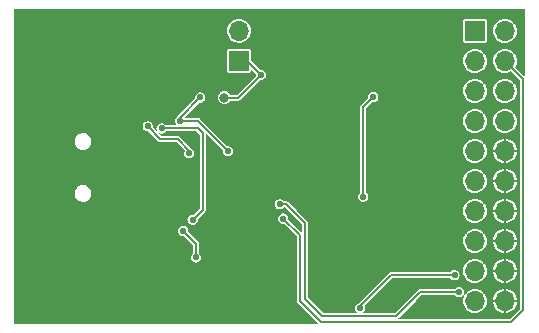
<source format=gbr>
%TF.GenerationSoftware,KiCad,Pcbnew,(6.0.7)*%
%TF.CreationDate,2022-09-02T14:05:42+02:00*%
%TF.ProjectId,blackmagic,626c6163-6b6d-4616-9769-632e6b696361,rev?*%
%TF.SameCoordinates,Original*%
%TF.FileFunction,Copper,L2,Bot*%
%TF.FilePolarity,Positive*%
%FSLAX46Y46*%
G04 Gerber Fmt 4.6, Leading zero omitted, Abs format (unit mm)*
G04 Created by KiCad (PCBNEW (6.0.7)) date 2022-09-02 14:05:42*
%MOMM*%
%LPD*%
G01*
G04 APERTURE LIST*
%TA.AperFunction,ComponentPad*%
%ADD10O,1.700000X1.700000*%
%TD*%
%TA.AperFunction,ComponentPad*%
%ADD11R,1.700000X1.700000*%
%TD*%
%TA.AperFunction,ViaPad*%
%ADD12C,0.558800*%
%TD*%
%TA.AperFunction,ViaPad*%
%ADD13C,0.800000*%
%TD*%
%TA.AperFunction,Conductor*%
%ADD14C,0.200000*%
%TD*%
G04 APERTURE END LIST*
D10*
%TO.P,J3,2,Pin_2*%
%TO.N,Net-(C1-Pad1)*%
X39200000Y-21985000D03*
D11*
%TO.P,J3,1,Pin_1*%
%TO.N,+3V3*%
X39200000Y-24525000D03*
%TD*%
%TO.P,J1,1,Pin_1*%
%TO.N,Net-(C1-Pad1)*%
X59175000Y-22000000D03*
D10*
%TO.P,J1,2,Pin_2*%
X61715000Y-22000000D03*
%TO.P,J1,3,Pin_3*%
%TO.N,Net-(J1-Pad3)*%
X59175000Y-24540000D03*
%TO.P,J1,4,Pin_4*%
%TO.N,/U1RX*%
X61715000Y-24540000D03*
%TO.P,J1,5,Pin_5*%
%TO.N,Net-(J1-Pad5)*%
X59175000Y-27080000D03*
%TO.P,J1,6,Pin_6*%
%TO.N,/U1TX*%
X61715000Y-27080000D03*
%TO.P,J1,7,Pin_7*%
%TO.N,Net-(J1-Pad7)*%
X59175000Y-29620000D03*
%TO.P,J1,8,Pin_8*%
%TO.N,/BOOT0*%
X61715000Y-29620000D03*
%TO.P,J1,9,Pin_9*%
%TO.N,Net-(J1-Pad9)*%
X59175000Y-32160000D03*
%TO.P,J1,10,Pin_10*%
%TO.N,GND*%
X61715000Y-32160000D03*
%TO.P,J1,11,Pin_11*%
%TO.N,unconnected-(J1-Pad11)*%
X59175000Y-34700000D03*
%TO.P,J1,12,Pin_12*%
%TO.N,GND*%
X61715000Y-34700000D03*
%TO.P,J1,13,Pin_13*%
%TO.N,Net-(J1-Pad13)*%
X59175000Y-37240000D03*
%TO.P,J1,14,Pin_14*%
%TO.N,GND*%
X61715000Y-37240000D03*
%TO.P,J1,15,Pin_15*%
%TO.N,Net-(J1-Pad15)*%
X59175000Y-39780000D03*
%TO.P,J1,16,Pin_16*%
%TO.N,GND*%
X61715000Y-39780000D03*
%TO.P,J1,17,Pin_17*%
%TO.N,unconnected-(J1-Pad17)*%
X59175000Y-42320000D03*
%TO.P,J1,18,Pin_18*%
%TO.N,GND*%
X61715000Y-42320000D03*
%TO.P,J1,19,Pin_19*%
%TO.N,unconnected-(J1-Pad19)*%
X59175000Y-44860000D03*
%TO.P,J1,20,Pin_20*%
%TO.N,GND*%
X61715000Y-44860000D03*
%TD*%
D12*
%TO.N,GND*%
X46125000Y-40275000D03*
X39750000Y-32325000D03*
D13*
X31075000Y-35800000D03*
X22979000Y-37995000D03*
X28625000Y-29075000D03*
X23000000Y-29150000D03*
X51400000Y-32225000D03*
D12*
X47925000Y-27550000D03*
X31925000Y-33350000D03*
X44050000Y-46125000D03*
%TO.N,Net-(U4-Pad46)*%
X35550000Y-41175000D03*
%TO.N,Net-(R14-Pad2)*%
X38275000Y-32175000D03*
X34225000Y-29600000D03*
X35925000Y-27625000D03*
%TO.N,GND*%
X46325000Y-34925000D03*
X46075000Y-32250000D03*
%TO.N,Net-(R5-Pad1)*%
X49725000Y-36025000D03*
%TO.N,/BOOT0*%
X57450000Y-42675000D03*
D13*
%TO.N,GND*%
X51200000Y-45400000D03*
D12*
%TO.N,/BOOT0*%
X49450000Y-45475000D03*
%TO.N,GND*%
X47875000Y-42075000D03*
%TO.N,/USB_DM*%
X35275000Y-37975000D03*
%TO.N,/U1TX*%
X42650000Y-36675000D03*
%TO.N,+3V3*%
X41050000Y-25700000D03*
%TO.N,Net-(U4-Pad46)*%
X34475000Y-38925000D03*
%TO.N,/U1RX*%
X42950000Y-37875000D03*
%TO.N,+5V*%
X34975000Y-32350000D03*
%TO.N,/USB_DM*%
X32650000Y-30250000D03*
D13*
%TO.N,GND*%
X33750000Y-44275000D03*
D12*
%TO.N,+5V*%
X31475000Y-30075000D03*
D13*
%TO.N,GND*%
X31942500Y-20807500D03*
%TO.N,+3V3*%
X37950000Y-27650000D03*
D12*
%TO.N,GND*%
X45100000Y-24025000D03*
%TO.N,Net-(R5-Pad1)*%
X50575000Y-27600000D03*
%TO.N,/U1TX*%
X57825000Y-44100000D03*
D13*
%TO.N,GND*%
X56100000Y-23000000D03*
D12*
X45500000Y-20900000D03*
%TD*%
D14*
%TO.N,Net-(U4-Pad46)*%
X35550000Y-40000000D02*
X35550000Y-41175000D01*
X34475000Y-38925000D02*
X35550000Y-40000000D01*
%TO.N,+5V*%
X34000000Y-31150000D02*
X34975000Y-32125000D01*
X32550000Y-31150000D02*
X34000000Y-31150000D01*
X34975000Y-32125000D02*
X34975000Y-32350000D01*
X31475000Y-30075000D02*
X32550000Y-31150000D01*
%TO.N,/USB_DM*%
X35700000Y-30250000D02*
X32650000Y-30250000D01*
X36125000Y-30675000D02*
X35700000Y-30250000D01*
X36125000Y-37125000D02*
X36125000Y-30675000D01*
X35275000Y-37975000D02*
X36125000Y-37125000D01*
%TO.N,Net-(R14-Pad2)*%
X35700000Y-29600000D02*
X38275000Y-32175000D01*
X34225000Y-29600000D02*
X35700000Y-29600000D01*
X34225000Y-29325000D02*
X34225000Y-29600000D01*
X35925000Y-27625000D02*
X34225000Y-29325000D01*
%TO.N,Net-(R5-Pad1)*%
X49725000Y-28450000D02*
X50575000Y-27600000D01*
X49725000Y-36025000D02*
X49725000Y-28450000D01*
%TO.N,/U1RX*%
X63225000Y-26050000D02*
X61715000Y-24540000D01*
X63225000Y-45650000D02*
X63225000Y-26050000D01*
X62250000Y-46625000D02*
X63225000Y-45650000D01*
X46125000Y-46625000D02*
X62250000Y-46625000D01*
X44350000Y-44850000D02*
X46125000Y-46625000D01*
X44350000Y-39275000D02*
X44350000Y-44850000D01*
X42950000Y-37875000D02*
X44350000Y-39275000D01*
%TO.N,/U1TX*%
X43200000Y-36675000D02*
X42650000Y-36675000D01*
X46250000Y-46125000D02*
X44775000Y-44650000D01*
X44775000Y-38250000D02*
X43200000Y-36675000D01*
X52525000Y-46125000D02*
X46250000Y-46125000D01*
X54550000Y-44100000D02*
X52525000Y-46125000D01*
X57825000Y-44100000D02*
X54550000Y-44100000D01*
X44775000Y-44650000D02*
X44775000Y-38250000D01*
%TO.N,/BOOT0*%
X49450000Y-45300000D02*
X52075000Y-42675000D01*
X52075000Y-42675000D02*
X57450000Y-42675000D01*
X49450000Y-45475000D02*
X49450000Y-45300000D01*
%TO.N,+3V3*%
X39100000Y-27650000D02*
X37950000Y-27650000D01*
X41050000Y-25700000D02*
X39100000Y-27650000D01*
X39875000Y-24525000D02*
X41050000Y-25700000D01*
X39200000Y-24525000D02*
X39875000Y-24525000D01*
%TD*%
%TA.AperFunction,Conductor*%
%TO.N,GND*%
G36*
X63413094Y-20161906D02*
G01*
X63422100Y-20183650D01*
X63422100Y-25815207D01*
X63413094Y-25836951D01*
X63391350Y-25845957D01*
X63369606Y-25836951D01*
X62596733Y-25064078D01*
X62587727Y-25042334D01*
X62591740Y-25027145D01*
X62634886Y-24951196D01*
X62635628Y-24949890D01*
X62636103Y-24948463D01*
X62697237Y-24764689D01*
X62697238Y-24764685D01*
X62697710Y-24763266D01*
X62703123Y-24720421D01*
X62722254Y-24568977D01*
X62722360Y-24568138D01*
X62722753Y-24540000D01*
X62721521Y-24527431D01*
X62703708Y-24345756D01*
X62703707Y-24345753D01*
X62703561Y-24344260D01*
X62703129Y-24342829D01*
X62703128Y-24342824D01*
X62647146Y-24157407D01*
X62646714Y-24155975D01*
X62554379Y-23982318D01*
X62502130Y-23918255D01*
X62431022Y-23831067D01*
X62431018Y-23831063D01*
X62430072Y-23829903D01*
X62278528Y-23704535D01*
X62105520Y-23610990D01*
X61917637Y-23552830D01*
X61722035Y-23532272D01*
X61720540Y-23532408D01*
X61720538Y-23532408D01*
X61527668Y-23549960D01*
X61527665Y-23549961D01*
X61526166Y-23550097D01*
X61337489Y-23605628D01*
X61336160Y-23606323D01*
X61336157Y-23606324D01*
X61237522Y-23657889D01*
X61163192Y-23696748D01*
X61162027Y-23697685D01*
X61162025Y-23697686D01*
X61011078Y-23819050D01*
X61011075Y-23819053D01*
X61009912Y-23819988D01*
X61008952Y-23821132D01*
X61008950Y-23821134D01*
X60894676Y-23957321D01*
X60883489Y-23970653D01*
X60788739Y-24143004D01*
X60729269Y-24330476D01*
X60707345Y-24525930D01*
X60707471Y-24527431D01*
X60708527Y-24540000D01*
X60723803Y-24721919D01*
X60778015Y-24910979D01*
X60867916Y-25085908D01*
X60868850Y-25087086D01*
X60868851Y-25087088D01*
X60989151Y-25238869D01*
X60989155Y-25238873D01*
X60990083Y-25240044D01*
X61139862Y-25367516D01*
X61141168Y-25368246D01*
X61141171Y-25368248D01*
X61310233Y-25462733D01*
X61310236Y-25462734D01*
X61311547Y-25463467D01*
X61312978Y-25463932D01*
X61332944Y-25470419D01*
X61498600Y-25524244D01*
X61607794Y-25537265D01*
X61692407Y-25547355D01*
X61692411Y-25547355D01*
X61693895Y-25547532D01*
X61695390Y-25547417D01*
X61695393Y-25547417D01*
X61888490Y-25532559D01*
X61888493Y-25532559D01*
X61889994Y-25532443D01*
X61891442Y-25532039D01*
X61891446Y-25532038D01*
X62000374Y-25501624D01*
X62079428Y-25479552D01*
X62204045Y-25416604D01*
X62227512Y-25414839D01*
X62239652Y-25422307D01*
X62963094Y-26145749D01*
X62972100Y-26167493D01*
X62972100Y-45532507D01*
X62963094Y-45554251D01*
X62154251Y-46363094D01*
X62132507Y-46372100D01*
X52711767Y-46372100D01*
X52690023Y-46363094D01*
X52681017Y-46341350D01*
X52690023Y-46319606D01*
X52694683Y-46315782D01*
X52704812Y-46309014D01*
X52707331Y-46307331D01*
X52719758Y-46288733D01*
X52723582Y-46284073D01*
X54161725Y-44845930D01*
X58167345Y-44845930D01*
X58167471Y-44847431D01*
X58175724Y-44945706D01*
X58183803Y-45041919D01*
X58238015Y-45230979D01*
X58327916Y-45405908D01*
X58328850Y-45407086D01*
X58328851Y-45407088D01*
X58449151Y-45558869D01*
X58449155Y-45558873D01*
X58450083Y-45560044D01*
X58599862Y-45687516D01*
X58601168Y-45688246D01*
X58601171Y-45688248D01*
X58770233Y-45782733D01*
X58770236Y-45782734D01*
X58771547Y-45783467D01*
X58958600Y-45844244D01*
X59067794Y-45857265D01*
X59152407Y-45867355D01*
X59152411Y-45867355D01*
X59153895Y-45867532D01*
X59155390Y-45867417D01*
X59155393Y-45867417D01*
X59348490Y-45852559D01*
X59348493Y-45852559D01*
X59349994Y-45852443D01*
X59351442Y-45852039D01*
X59351446Y-45852038D01*
X59467603Y-45819606D01*
X59539428Y-45799552D01*
X59714981Y-45710874D01*
X59869966Y-45589786D01*
X59882133Y-45575691D01*
X59960858Y-45484487D01*
X59998480Y-45440901D01*
X60010237Y-45420206D01*
X60094886Y-45271196D01*
X60095628Y-45269890D01*
X60106087Y-45238450D01*
X60157237Y-45084689D01*
X60157238Y-45084685D01*
X60157710Y-45083266D01*
X60158440Y-45077493D01*
X60174092Y-44953586D01*
X60692200Y-44953586D01*
X60699859Y-45044792D01*
X60700399Y-45047733D01*
X60755085Y-45238450D01*
X60756185Y-45241227D01*
X60846873Y-45417688D01*
X60848496Y-45420206D01*
X60971732Y-45575691D01*
X60973807Y-45577838D01*
X61124899Y-45706429D01*
X61127350Y-45708133D01*
X61300538Y-45804924D01*
X61303283Y-45806123D01*
X61491973Y-45867432D01*
X61494888Y-45868073D01*
X61620426Y-45883043D01*
X61624933Y-45881776D01*
X61626500Y-45878984D01*
X61626500Y-45877153D01*
X61803500Y-45877153D01*
X61805025Y-45880835D01*
X61810212Y-45882754D01*
X61892696Y-45876407D01*
X61895652Y-45875886D01*
X62086737Y-45822533D01*
X62089527Y-45821451D01*
X62266609Y-45732001D01*
X62269146Y-45730391D01*
X62425482Y-45608248D01*
X62427646Y-45606188D01*
X62557289Y-45455994D01*
X62559009Y-45453556D01*
X62657009Y-45281046D01*
X62658226Y-45278313D01*
X62720851Y-45090054D01*
X62721512Y-45087145D01*
X62738260Y-44954568D01*
X62737025Y-44950053D01*
X62734303Y-44948500D01*
X61809617Y-44948500D01*
X61805292Y-44950292D01*
X61803500Y-44954617D01*
X61803500Y-45877153D01*
X61626500Y-45877153D01*
X61626500Y-44954617D01*
X61624708Y-44950292D01*
X61620383Y-44948500D01*
X60697890Y-44948500D01*
X60693565Y-44950292D01*
X60692200Y-44953586D01*
X60174092Y-44953586D01*
X60182254Y-44888977D01*
X60182360Y-44888138D01*
X60182753Y-44860000D01*
X60181481Y-44847029D01*
X60173480Y-44765421D01*
X60692125Y-44765421D01*
X60693423Y-44769919D01*
X60696288Y-44771500D01*
X61620383Y-44771500D01*
X61624708Y-44769708D01*
X61626500Y-44765383D01*
X61803500Y-44765383D01*
X61805292Y-44769708D01*
X61809617Y-44771500D01*
X62732174Y-44771500D01*
X62736499Y-44769708D01*
X62737806Y-44766554D01*
X62727462Y-44661052D01*
X62726882Y-44658120D01*
X62669535Y-44468179D01*
X62668400Y-44465425D01*
X62575255Y-44290244D01*
X62573600Y-44287753D01*
X62448205Y-44134003D01*
X62446096Y-44131880D01*
X62293232Y-44005420D01*
X62290742Y-44003741D01*
X62116228Y-43909382D01*
X62113468Y-43908222D01*
X61923943Y-43849554D01*
X61921011Y-43848952D01*
X61809581Y-43837240D01*
X61805095Y-43838569D01*
X61803500Y-43841507D01*
X61803500Y-44765383D01*
X61626500Y-44765383D01*
X61626500Y-43842883D01*
X61624708Y-43838558D01*
X61621485Y-43837222D01*
X61523130Y-43846173D01*
X61520184Y-43846735D01*
X61329860Y-43902751D01*
X61327086Y-43903871D01*
X61151260Y-43995791D01*
X61148765Y-43997423D01*
X60994135Y-44121748D01*
X60992007Y-44123832D01*
X60864473Y-44275822D01*
X60862783Y-44278291D01*
X60767206Y-44452145D01*
X60766027Y-44454895D01*
X60706037Y-44644008D01*
X60705414Y-44646940D01*
X60692125Y-44765421D01*
X60173480Y-44765421D01*
X60163708Y-44665756D01*
X60163707Y-44665753D01*
X60163561Y-44664260D01*
X60163129Y-44662829D01*
X60163128Y-44662824D01*
X60127628Y-44545245D01*
X60106714Y-44475975D01*
X60047104Y-44363864D01*
X60015085Y-44303645D01*
X60015083Y-44303642D01*
X60014379Y-44302318D01*
X59955906Y-44230623D01*
X59891022Y-44151067D01*
X59891018Y-44151063D01*
X59890072Y-44149903D01*
X59858558Y-44123832D01*
X59739690Y-44025496D01*
X59739688Y-44025495D01*
X59738528Y-44024535D01*
X59565520Y-43930990D01*
X59377637Y-43872830D01*
X59182035Y-43852272D01*
X59180540Y-43852408D01*
X59180538Y-43852408D01*
X58987668Y-43869960D01*
X58987665Y-43869961D01*
X58986166Y-43870097D01*
X58797489Y-43925628D01*
X58796160Y-43926323D01*
X58796157Y-43926324D01*
X58702242Y-43975422D01*
X58623192Y-44016748D01*
X58622027Y-44017685D01*
X58622025Y-44017686D01*
X58471078Y-44139050D01*
X58471075Y-44139053D01*
X58469912Y-44139988D01*
X58468952Y-44141132D01*
X58468950Y-44141134D01*
X58393860Y-44230623D01*
X58343489Y-44290653D01*
X58342764Y-44291972D01*
X58264459Y-44434410D01*
X58248739Y-44463004D01*
X58248285Y-44464434D01*
X58248285Y-44464435D01*
X58237105Y-44499680D01*
X58189269Y-44650476D01*
X58167345Y-44845930D01*
X54161725Y-44845930D01*
X54645749Y-44361906D01*
X54667493Y-44352900D01*
X57458476Y-44352900D01*
X57480220Y-44361906D01*
X57482015Y-44363864D01*
X57533895Y-44425583D01*
X57535722Y-44426799D01*
X57535724Y-44426801D01*
X57607611Y-44474653D01*
X57636976Y-44494200D01*
X57639068Y-44494854D01*
X57639069Y-44494854D01*
X57658181Y-44500825D01*
X57755173Y-44531127D01*
X57798728Y-44531925D01*
X57876793Y-44533356D01*
X57876794Y-44533356D01*
X57878982Y-44533396D01*
X57881094Y-44532820D01*
X57881096Y-44532820D01*
X57922155Y-44521626D01*
X57998452Y-44500825D01*
X58000314Y-44499682D01*
X58000318Y-44499680D01*
X58102116Y-44437175D01*
X58102117Y-44437175D01*
X58103979Y-44436031D01*
X58179226Y-44352900D01*
X58185607Y-44345851D01*
X58185609Y-44345848D01*
X58187078Y-44344225D01*
X58241070Y-44232785D01*
X58261615Y-44110671D01*
X58261745Y-44100000D01*
X58244190Y-43977420D01*
X58192937Y-43864695D01*
X58176978Y-43846173D01*
X58113538Y-43772548D01*
X58112105Y-43770885D01*
X58110267Y-43769693D01*
X58110265Y-43769692D01*
X58010032Y-43704724D01*
X58010030Y-43704723D01*
X58008194Y-43703533D01*
X57941354Y-43683543D01*
X57891656Y-43668680D01*
X57891654Y-43668680D01*
X57889555Y-43668052D01*
X57828093Y-43667677D01*
X57767923Y-43667309D01*
X57767920Y-43667309D01*
X57765727Y-43667296D01*
X57646664Y-43701324D01*
X57594300Y-43734363D01*
X57543789Y-43766233D01*
X57543787Y-43766235D01*
X57541937Y-43767402D01*
X57540486Y-43769045D01*
X57480731Y-43836705D01*
X57457683Y-43847100D01*
X54577938Y-43847100D01*
X54571939Y-43846509D01*
X54552971Y-43842736D01*
X54550000Y-43842145D01*
X54525089Y-43847100D01*
X54499088Y-43852272D01*
X54451323Y-43861773D01*
X54448807Y-43863454D01*
X54448805Y-43863455D01*
X54389995Y-43902751D01*
X54388787Y-43903558D01*
X54388786Y-43903559D01*
X54367669Y-43917669D01*
X54365986Y-43920188D01*
X54365985Y-43920189D01*
X54355242Y-43936267D01*
X54351418Y-43940927D01*
X52429251Y-45863094D01*
X52407507Y-45872100D01*
X49738369Y-45872100D01*
X49716625Y-45863094D01*
X49707619Y-45841350D01*
X49716625Y-45819606D01*
X49722279Y-45815146D01*
X49727111Y-45812179D01*
X49727116Y-45812175D01*
X49728979Y-45811031D01*
X49800514Y-45732001D01*
X49810607Y-45720851D01*
X49810609Y-45720848D01*
X49812078Y-45719225D01*
X49866070Y-45607785D01*
X49868313Y-45594457D01*
X49886418Y-45486839D01*
X49886615Y-45485671D01*
X49886745Y-45475000D01*
X49886293Y-45471840D01*
X49869501Y-45354593D01*
X49869190Y-45352420D01*
X49842393Y-45293483D01*
X49841592Y-45269964D01*
X49848641Y-45259014D01*
X52170748Y-42936906D01*
X52192492Y-42927900D01*
X57083476Y-42927900D01*
X57105220Y-42936906D01*
X57107015Y-42938864D01*
X57158895Y-43000583D01*
X57160722Y-43001799D01*
X57160724Y-43001801D01*
X57257451Y-43066188D01*
X57261976Y-43069200D01*
X57264068Y-43069854D01*
X57264069Y-43069854D01*
X57283181Y-43075825D01*
X57380173Y-43106127D01*
X57423728Y-43106925D01*
X57501793Y-43108356D01*
X57501794Y-43108356D01*
X57503982Y-43108396D01*
X57506094Y-43107820D01*
X57506096Y-43107820D01*
X57547155Y-43096626D01*
X57623452Y-43075825D01*
X57625314Y-43074682D01*
X57625318Y-43074680D01*
X57727116Y-43012175D01*
X57727117Y-43012175D01*
X57728979Y-43011031D01*
X57804226Y-42927900D01*
X57810607Y-42920851D01*
X57810609Y-42920848D01*
X57812078Y-42919225D01*
X57866070Y-42807785D01*
X57886615Y-42685671D01*
X57886745Y-42675000D01*
X57869190Y-42552420D01*
X57817937Y-42439695D01*
X57796329Y-42414617D01*
X57738538Y-42347548D01*
X57737105Y-42345885D01*
X57735267Y-42344693D01*
X57735265Y-42344692D01*
X57675463Y-42305930D01*
X58167345Y-42305930D01*
X58167471Y-42307431D01*
X58170310Y-42341233D01*
X58183803Y-42501919D01*
X58197711Y-42550422D01*
X58233775Y-42676191D01*
X58238015Y-42690979D01*
X58327916Y-42865908D01*
X58328850Y-42867086D01*
X58328851Y-42867088D01*
X58449151Y-43018869D01*
X58449155Y-43018873D01*
X58450083Y-43020044D01*
X58451225Y-43021016D01*
X58514280Y-43074680D01*
X58599862Y-43147516D01*
X58601168Y-43148246D01*
X58601171Y-43148248D01*
X58770233Y-43242733D01*
X58770236Y-43242734D01*
X58771547Y-43243467D01*
X58958600Y-43304244D01*
X59067794Y-43317265D01*
X59152407Y-43327355D01*
X59152411Y-43327355D01*
X59153895Y-43327532D01*
X59155390Y-43327417D01*
X59155393Y-43327417D01*
X59348490Y-43312559D01*
X59348493Y-43312559D01*
X59349994Y-43312443D01*
X59351442Y-43312039D01*
X59351446Y-43312038D01*
X59515893Y-43266123D01*
X59539428Y-43259552D01*
X59714981Y-43170874D01*
X59869966Y-43049786D01*
X59882133Y-43035691D01*
X59985452Y-42915994D01*
X59998480Y-42900901D01*
X60010237Y-42880206D01*
X60094886Y-42731196D01*
X60095628Y-42729890D01*
X60106087Y-42698450D01*
X60157237Y-42544689D01*
X60157238Y-42544685D01*
X60157710Y-42543266D01*
X60161164Y-42515930D01*
X60174092Y-42413586D01*
X60692200Y-42413586D01*
X60699859Y-42504792D01*
X60700399Y-42507733D01*
X60755085Y-42698450D01*
X60756185Y-42701227D01*
X60846873Y-42877688D01*
X60848496Y-42880206D01*
X60971732Y-43035691D01*
X60973807Y-43037838D01*
X61124899Y-43166429D01*
X61127350Y-43168133D01*
X61300538Y-43264924D01*
X61303283Y-43266123D01*
X61491973Y-43327432D01*
X61494888Y-43328073D01*
X61620426Y-43343043D01*
X61624933Y-43341776D01*
X61626500Y-43338984D01*
X61626500Y-43337153D01*
X61803500Y-43337153D01*
X61805025Y-43340835D01*
X61810212Y-43342754D01*
X61892696Y-43336407D01*
X61895652Y-43335886D01*
X62086737Y-43282533D01*
X62089527Y-43281451D01*
X62266609Y-43192001D01*
X62269146Y-43190391D01*
X62425482Y-43068248D01*
X62427646Y-43066188D01*
X62557289Y-42915994D01*
X62559009Y-42913556D01*
X62657009Y-42741046D01*
X62658226Y-42738313D01*
X62720851Y-42550054D01*
X62721512Y-42547145D01*
X62738260Y-42414568D01*
X62737025Y-42410053D01*
X62734303Y-42408500D01*
X61809617Y-42408500D01*
X61805292Y-42410292D01*
X61803500Y-42414617D01*
X61803500Y-43337153D01*
X61626500Y-43337153D01*
X61626500Y-42414617D01*
X61624708Y-42410292D01*
X61620383Y-42408500D01*
X60697890Y-42408500D01*
X60693565Y-42410292D01*
X60692200Y-42413586D01*
X60174092Y-42413586D01*
X60182254Y-42348977D01*
X60182360Y-42348138D01*
X60182392Y-42345885D01*
X60182741Y-42320861D01*
X60182753Y-42320000D01*
X60181521Y-42307431D01*
X60173480Y-42225421D01*
X60692125Y-42225421D01*
X60693423Y-42229919D01*
X60696288Y-42231500D01*
X61620383Y-42231500D01*
X61624708Y-42229708D01*
X61626500Y-42225383D01*
X61803500Y-42225383D01*
X61805292Y-42229708D01*
X61809617Y-42231500D01*
X62732174Y-42231500D01*
X62736499Y-42229708D01*
X62737806Y-42226554D01*
X62727462Y-42121052D01*
X62726882Y-42118120D01*
X62669535Y-41928179D01*
X62668400Y-41925425D01*
X62575255Y-41750244D01*
X62573600Y-41747753D01*
X62448205Y-41594003D01*
X62446096Y-41591880D01*
X62293232Y-41465420D01*
X62290742Y-41463741D01*
X62116228Y-41369382D01*
X62113468Y-41368222D01*
X61923943Y-41309554D01*
X61921011Y-41308952D01*
X61809581Y-41297240D01*
X61805095Y-41298569D01*
X61803500Y-41301507D01*
X61803500Y-42225383D01*
X61626500Y-42225383D01*
X61626500Y-41302883D01*
X61624708Y-41298558D01*
X61621485Y-41297222D01*
X61523130Y-41306173D01*
X61520184Y-41306735D01*
X61329860Y-41362751D01*
X61327086Y-41363871D01*
X61151260Y-41455791D01*
X61148765Y-41457423D01*
X60994135Y-41581748D01*
X60992007Y-41583832D01*
X60864473Y-41735822D01*
X60862783Y-41738291D01*
X60767206Y-41912145D01*
X60766027Y-41914895D01*
X60706037Y-42104008D01*
X60705414Y-42106940D01*
X60692125Y-42225421D01*
X60173480Y-42225421D01*
X60163708Y-42125756D01*
X60163707Y-42125753D01*
X60163561Y-42124260D01*
X60163129Y-42122829D01*
X60163128Y-42122824D01*
X60107146Y-41937407D01*
X60106714Y-41935975D01*
X60014379Y-41762318D01*
X59962130Y-41698255D01*
X59891022Y-41611067D01*
X59891018Y-41611063D01*
X59890072Y-41609903D01*
X59888913Y-41608944D01*
X59739690Y-41485496D01*
X59739688Y-41485495D01*
X59738528Y-41484535D01*
X59565520Y-41390990D01*
X59377637Y-41332830D01*
X59182035Y-41312272D01*
X59180540Y-41312408D01*
X59180538Y-41312408D01*
X58987668Y-41329960D01*
X58987665Y-41329961D01*
X58986166Y-41330097D01*
X58797489Y-41385628D01*
X58796160Y-41386323D01*
X58796157Y-41386324D01*
X58730113Y-41420851D01*
X58623192Y-41476748D01*
X58622027Y-41477685D01*
X58622025Y-41477686D01*
X58471078Y-41599050D01*
X58471075Y-41599053D01*
X58469912Y-41599988D01*
X58468952Y-41601132D01*
X58468950Y-41601134D01*
X58355934Y-41735822D01*
X58343489Y-41750653D01*
X58248739Y-41923004D01*
X58189269Y-42110476D01*
X58189101Y-42111974D01*
X58170285Y-42279724D01*
X58167345Y-42305930D01*
X57675463Y-42305930D01*
X57635032Y-42279724D01*
X57635030Y-42279723D01*
X57633194Y-42278533D01*
X57566354Y-42258543D01*
X57516656Y-42243680D01*
X57516654Y-42243680D01*
X57514555Y-42243052D01*
X57453093Y-42242677D01*
X57392923Y-42242309D01*
X57392920Y-42242309D01*
X57390727Y-42242296D01*
X57271664Y-42276324D01*
X57222363Y-42307431D01*
X57168789Y-42341233D01*
X57168787Y-42341235D01*
X57166937Y-42342402D01*
X57106979Y-42410292D01*
X57105731Y-42411705D01*
X57082683Y-42422100D01*
X52102939Y-42422100D01*
X52096940Y-42421509D01*
X52077971Y-42417736D01*
X52075000Y-42417145D01*
X52050090Y-42422100D01*
X52050087Y-42422100D01*
X51979294Y-42436182D01*
X51976323Y-42436773D01*
X51892669Y-42492669D01*
X51890986Y-42495188D01*
X51890985Y-42495189D01*
X51880240Y-42511270D01*
X51876416Y-42515930D01*
X49339403Y-45052942D01*
X49326110Y-45060764D01*
X49271664Y-45076324D01*
X49219301Y-45109363D01*
X49168789Y-45141233D01*
X49168787Y-45141235D01*
X49166937Y-45142402D01*
X49084965Y-45235217D01*
X49084032Y-45237203D01*
X49084032Y-45237204D01*
X49033269Y-45345326D01*
X49033268Y-45345329D01*
X49032339Y-45347308D01*
X49032002Y-45349470D01*
X49032002Y-45349471D01*
X49020989Y-45420206D01*
X49013288Y-45469664D01*
X49015534Y-45486839D01*
X49028996Y-45589786D01*
X49029344Y-45592449D01*
X49079216Y-45705793D01*
X49080622Y-45707465D01*
X49080624Y-45707469D01*
X49144898Y-45783932D01*
X49158895Y-45800583D01*
X49160722Y-45801799D01*
X49160724Y-45801801D01*
X49181684Y-45815753D01*
X49194794Y-45835299D01*
X49190242Y-45858389D01*
X49170696Y-45871499D01*
X49164645Y-45872100D01*
X46367493Y-45872100D01*
X46345749Y-45863094D01*
X45036906Y-44554251D01*
X45027900Y-44532507D01*
X45027900Y-39765930D01*
X58167345Y-39765930D01*
X58167471Y-39767431D01*
X58178715Y-39901324D01*
X58183803Y-39961919D01*
X58238015Y-40150979D01*
X58327916Y-40325908D01*
X58328850Y-40327086D01*
X58328851Y-40327088D01*
X58449151Y-40478869D01*
X58449155Y-40478873D01*
X58450083Y-40480044D01*
X58599862Y-40607516D01*
X58601168Y-40608246D01*
X58601171Y-40608248D01*
X58770233Y-40702733D01*
X58770236Y-40702734D01*
X58771547Y-40703467D01*
X58958600Y-40764244D01*
X59067794Y-40777265D01*
X59152407Y-40787355D01*
X59152411Y-40787355D01*
X59153895Y-40787532D01*
X59155390Y-40787417D01*
X59155393Y-40787417D01*
X59348490Y-40772559D01*
X59348493Y-40772559D01*
X59349994Y-40772443D01*
X59351442Y-40772039D01*
X59351446Y-40772038D01*
X59515893Y-40726123D01*
X59539428Y-40719552D01*
X59714981Y-40630874D01*
X59869966Y-40509786D01*
X59882133Y-40495691D01*
X59985452Y-40375994D01*
X59998480Y-40360901D01*
X60010237Y-40340206D01*
X60094886Y-40191196D01*
X60095628Y-40189890D01*
X60106087Y-40158450D01*
X60157237Y-40004689D01*
X60157238Y-40004685D01*
X60157710Y-40003266D01*
X60162571Y-39964792D01*
X60174092Y-39873586D01*
X60692200Y-39873586D01*
X60699859Y-39964792D01*
X60700399Y-39967733D01*
X60755085Y-40158450D01*
X60756185Y-40161227D01*
X60846873Y-40337688D01*
X60848496Y-40340206D01*
X60971732Y-40495691D01*
X60973807Y-40497838D01*
X61124899Y-40626429D01*
X61127350Y-40628133D01*
X61300538Y-40724924D01*
X61303283Y-40726123D01*
X61491973Y-40787432D01*
X61494888Y-40788073D01*
X61620426Y-40803043D01*
X61624933Y-40801776D01*
X61626500Y-40798984D01*
X61626500Y-40797153D01*
X61803500Y-40797153D01*
X61805025Y-40800835D01*
X61810212Y-40802754D01*
X61892696Y-40796407D01*
X61895652Y-40795886D01*
X62086737Y-40742533D01*
X62089527Y-40741451D01*
X62266609Y-40652001D01*
X62269146Y-40650391D01*
X62425482Y-40528248D01*
X62427646Y-40526188D01*
X62557289Y-40375994D01*
X62559009Y-40373556D01*
X62657009Y-40201046D01*
X62658226Y-40198313D01*
X62720851Y-40010054D01*
X62721512Y-40007145D01*
X62738260Y-39874568D01*
X62737025Y-39870053D01*
X62734303Y-39868500D01*
X61809617Y-39868500D01*
X61805292Y-39870292D01*
X61803500Y-39874617D01*
X61803500Y-40797153D01*
X61626500Y-40797153D01*
X61626500Y-39874617D01*
X61624708Y-39870292D01*
X61620383Y-39868500D01*
X60697890Y-39868500D01*
X60693565Y-39870292D01*
X60692200Y-39873586D01*
X60174092Y-39873586D01*
X60182254Y-39808977D01*
X60182360Y-39808138D01*
X60182401Y-39805240D01*
X60182741Y-39780861D01*
X60182753Y-39780000D01*
X60181521Y-39767431D01*
X60173480Y-39685421D01*
X60692125Y-39685421D01*
X60693423Y-39689919D01*
X60696288Y-39691500D01*
X61620383Y-39691500D01*
X61624708Y-39689708D01*
X61626500Y-39685383D01*
X61803500Y-39685383D01*
X61805292Y-39689708D01*
X61809617Y-39691500D01*
X62732174Y-39691500D01*
X62736499Y-39689708D01*
X62737806Y-39686554D01*
X62727462Y-39581052D01*
X62726882Y-39578120D01*
X62669535Y-39388179D01*
X62668400Y-39385425D01*
X62575255Y-39210244D01*
X62573600Y-39207753D01*
X62448205Y-39054003D01*
X62446096Y-39051880D01*
X62293232Y-38925420D01*
X62290742Y-38923741D01*
X62116228Y-38829382D01*
X62113468Y-38828222D01*
X61923943Y-38769554D01*
X61921011Y-38768952D01*
X61809581Y-38757240D01*
X61805095Y-38758569D01*
X61803500Y-38761507D01*
X61803500Y-39685383D01*
X61626500Y-39685383D01*
X61626500Y-38762883D01*
X61624708Y-38758558D01*
X61621485Y-38757222D01*
X61523130Y-38766173D01*
X61520184Y-38766735D01*
X61329860Y-38822751D01*
X61327086Y-38823871D01*
X61151260Y-38915791D01*
X61148765Y-38917423D01*
X60994135Y-39041748D01*
X60992007Y-39043832D01*
X60864473Y-39195822D01*
X60862783Y-39198291D01*
X60767206Y-39372145D01*
X60766027Y-39374895D01*
X60706037Y-39564008D01*
X60705414Y-39566940D01*
X60692125Y-39685421D01*
X60173480Y-39685421D01*
X60163708Y-39585756D01*
X60163707Y-39585753D01*
X60163561Y-39584260D01*
X60163129Y-39582829D01*
X60163128Y-39582824D01*
X60107146Y-39397407D01*
X60106714Y-39395975D01*
X60065892Y-39319200D01*
X60015085Y-39223645D01*
X60015083Y-39223642D01*
X60014379Y-39222318D01*
X59958488Y-39153789D01*
X59891022Y-39071067D01*
X59891018Y-39071063D01*
X59890072Y-39069903D01*
X59856886Y-39042449D01*
X59739690Y-38945496D01*
X59739688Y-38945495D01*
X59738528Y-38944535D01*
X59565520Y-38850990D01*
X59377637Y-38792830D01*
X59182035Y-38772272D01*
X59180540Y-38772408D01*
X59180538Y-38772408D01*
X58987668Y-38789960D01*
X58987665Y-38789961D01*
X58986166Y-38790097D01*
X58797489Y-38845628D01*
X58796160Y-38846323D01*
X58796157Y-38846324D01*
X58697522Y-38897889D01*
X58623192Y-38936748D01*
X58622027Y-38937685D01*
X58622025Y-38937686D01*
X58471078Y-39059050D01*
X58471075Y-39059053D01*
X58469912Y-39059988D01*
X58468952Y-39061132D01*
X58468950Y-39061134D01*
X58389522Y-39155793D01*
X58343489Y-39210653D01*
X58320868Y-39251801D01*
X58262724Y-39357566D01*
X58248739Y-39383004D01*
X58189269Y-39570476D01*
X58167345Y-39765930D01*
X45027900Y-39765930D01*
X45027900Y-38277938D01*
X45028491Y-38271939D01*
X45032264Y-38252971D01*
X45032855Y-38250000D01*
X45026734Y-38219225D01*
X45013227Y-38151323D01*
X44957331Y-38067669D01*
X44938733Y-38055242D01*
X44934073Y-38051418D01*
X44108585Y-37225930D01*
X58167345Y-37225930D01*
X58167471Y-37227431D01*
X58175366Y-37321443D01*
X58183803Y-37421919D01*
X58199231Y-37475722D01*
X58219008Y-37544692D01*
X58238015Y-37610979D01*
X58327916Y-37785908D01*
X58328850Y-37787086D01*
X58328851Y-37787088D01*
X58449151Y-37938869D01*
X58449155Y-37938873D01*
X58450083Y-37940044D01*
X58451225Y-37941016D01*
X58504302Y-37986188D01*
X58599862Y-38067516D01*
X58601168Y-38068246D01*
X58601171Y-38068248D01*
X58770233Y-38162733D01*
X58770236Y-38162734D01*
X58771547Y-38163467D01*
X58958600Y-38224244D01*
X59067794Y-38237265D01*
X59152407Y-38247355D01*
X59152411Y-38247355D01*
X59153895Y-38247532D01*
X59155390Y-38247417D01*
X59155393Y-38247417D01*
X59348490Y-38232559D01*
X59348493Y-38232559D01*
X59349994Y-38232443D01*
X59351442Y-38232039D01*
X59351446Y-38232038D01*
X59460995Y-38201451D01*
X59539428Y-38179552D01*
X59714981Y-38090874D01*
X59869966Y-37969786D01*
X59882133Y-37955691D01*
X59985452Y-37835994D01*
X59998480Y-37820901D01*
X60010237Y-37800206D01*
X60094886Y-37651196D01*
X60095628Y-37649890D01*
X60098508Y-37641233D01*
X60157237Y-37464689D01*
X60157238Y-37464685D01*
X60157710Y-37463266D01*
X60160358Y-37442309D01*
X60174092Y-37333586D01*
X60692200Y-37333586D01*
X60699859Y-37424792D01*
X60700399Y-37427733D01*
X60755085Y-37618450D01*
X60756185Y-37621227D01*
X60846873Y-37797688D01*
X60848496Y-37800206D01*
X60971732Y-37955691D01*
X60973807Y-37957838D01*
X61124899Y-38086429D01*
X61127350Y-38088133D01*
X61300538Y-38184924D01*
X61303283Y-38186123D01*
X61491973Y-38247432D01*
X61494888Y-38248073D01*
X61620426Y-38263043D01*
X61624933Y-38261776D01*
X61626500Y-38258984D01*
X61626500Y-38257153D01*
X61803500Y-38257153D01*
X61805025Y-38260835D01*
X61810212Y-38262754D01*
X61892696Y-38256407D01*
X61895652Y-38255886D01*
X62086737Y-38202533D01*
X62089527Y-38201451D01*
X62266609Y-38112001D01*
X62269146Y-38110391D01*
X62425482Y-37988248D01*
X62427646Y-37986188D01*
X62557289Y-37835994D01*
X62559009Y-37833556D01*
X62657009Y-37661046D01*
X62658226Y-37658313D01*
X62720851Y-37470054D01*
X62721512Y-37467145D01*
X62738260Y-37334568D01*
X62737025Y-37330053D01*
X62734303Y-37328500D01*
X61809617Y-37328500D01*
X61805292Y-37330292D01*
X61803500Y-37334617D01*
X61803500Y-38257153D01*
X61626500Y-38257153D01*
X61626500Y-37334617D01*
X61624708Y-37330292D01*
X61620383Y-37328500D01*
X60697890Y-37328500D01*
X60693565Y-37330292D01*
X60692200Y-37333586D01*
X60174092Y-37333586D01*
X60182254Y-37268977D01*
X60182360Y-37268138D01*
X60182753Y-37240000D01*
X60181521Y-37227431D01*
X60173480Y-37145421D01*
X60692125Y-37145421D01*
X60693423Y-37149919D01*
X60696288Y-37151500D01*
X61620383Y-37151500D01*
X61624708Y-37149708D01*
X61626500Y-37145383D01*
X61803500Y-37145383D01*
X61805292Y-37149708D01*
X61809617Y-37151500D01*
X62732174Y-37151500D01*
X62736499Y-37149708D01*
X62737806Y-37146554D01*
X62727462Y-37041052D01*
X62726882Y-37038120D01*
X62669535Y-36848179D01*
X62668400Y-36845425D01*
X62575255Y-36670244D01*
X62573600Y-36667753D01*
X62448205Y-36514003D01*
X62446096Y-36511880D01*
X62293232Y-36385420D01*
X62290742Y-36383741D01*
X62116228Y-36289382D01*
X62113468Y-36288222D01*
X61923943Y-36229554D01*
X61921011Y-36228952D01*
X61809581Y-36217240D01*
X61805095Y-36218569D01*
X61803500Y-36221507D01*
X61803500Y-37145383D01*
X61626500Y-37145383D01*
X61626500Y-36222883D01*
X61624708Y-36218558D01*
X61621485Y-36217222D01*
X61523130Y-36226173D01*
X61520184Y-36226735D01*
X61329860Y-36282751D01*
X61327086Y-36283871D01*
X61151260Y-36375791D01*
X61148765Y-36377423D01*
X60994135Y-36501748D01*
X60992007Y-36503832D01*
X60864473Y-36655822D01*
X60862783Y-36658291D01*
X60767206Y-36832145D01*
X60766027Y-36834895D01*
X60706037Y-37024008D01*
X60705414Y-37026940D01*
X60692125Y-37145421D01*
X60173480Y-37145421D01*
X60163708Y-37045756D01*
X60163707Y-37045753D01*
X60163561Y-37044260D01*
X60163129Y-37042829D01*
X60163128Y-37042824D01*
X60107146Y-36857407D01*
X60106714Y-36855975D01*
X60014379Y-36682318D01*
X59962130Y-36618255D01*
X59891022Y-36531067D01*
X59891018Y-36531063D01*
X59890072Y-36529903D01*
X59858558Y-36503832D01*
X59739690Y-36405496D01*
X59739688Y-36405495D01*
X59738528Y-36404535D01*
X59565520Y-36310990D01*
X59377637Y-36252830D01*
X59182035Y-36232272D01*
X59180540Y-36232408D01*
X59180538Y-36232408D01*
X58987668Y-36249960D01*
X58987665Y-36249961D01*
X58986166Y-36250097D01*
X58797489Y-36305628D01*
X58796160Y-36306323D01*
X58796157Y-36306324D01*
X58722766Y-36344692D01*
X58623192Y-36396748D01*
X58622027Y-36397685D01*
X58622025Y-36397686D01*
X58471078Y-36519050D01*
X58471075Y-36519053D01*
X58469912Y-36519988D01*
X58468952Y-36521132D01*
X58468950Y-36521134D01*
X58445173Y-36549471D01*
X58343489Y-36670653D01*
X58248739Y-36843004D01*
X58189269Y-37030476D01*
X58167345Y-37225930D01*
X44108585Y-37225930D01*
X43398582Y-36515927D01*
X43394758Y-36511267D01*
X43384015Y-36495189D01*
X43384014Y-36495188D01*
X43382331Y-36492669D01*
X43361214Y-36478559D01*
X43361213Y-36478558D01*
X43301195Y-36438455D01*
X43301193Y-36438454D01*
X43298677Y-36436773D01*
X43275767Y-36432216D01*
X43224911Y-36422100D01*
X43200000Y-36417145D01*
X43197029Y-36417736D01*
X43178060Y-36421509D01*
X43172061Y-36422100D01*
X43016870Y-36422100D01*
X42993575Y-36411422D01*
X42981740Y-36397686D01*
X42937105Y-36345885D01*
X42935267Y-36344693D01*
X42935265Y-36344692D01*
X42835032Y-36279724D01*
X42835030Y-36279723D01*
X42833194Y-36278533D01*
X42747250Y-36252830D01*
X42716656Y-36243680D01*
X42716654Y-36243680D01*
X42714555Y-36243052D01*
X42653093Y-36242677D01*
X42592923Y-36242309D01*
X42592920Y-36242309D01*
X42590727Y-36242296D01*
X42588617Y-36242899D01*
X42563432Y-36250097D01*
X42471664Y-36276324D01*
X42425892Y-36305204D01*
X42368789Y-36341233D01*
X42368787Y-36341235D01*
X42366937Y-36342402D01*
X42284965Y-36435217D01*
X42284032Y-36437203D01*
X42284032Y-36437204D01*
X42233269Y-36545326D01*
X42233268Y-36545329D01*
X42232339Y-36547308D01*
X42232002Y-36549470D01*
X42232002Y-36549471D01*
X42215059Y-36658291D01*
X42213288Y-36669664D01*
X42229344Y-36792449D01*
X42279216Y-36905793D01*
X42280622Y-36907465D01*
X42280624Y-36907469D01*
X42305369Y-36936906D01*
X42358895Y-37000583D01*
X42360722Y-37001799D01*
X42360724Y-37001801D01*
X42460149Y-37067984D01*
X42461976Y-37069200D01*
X42464068Y-37069854D01*
X42464069Y-37069854D01*
X42483181Y-37075825D01*
X42580173Y-37106127D01*
X42623728Y-37106925D01*
X42701793Y-37108356D01*
X42701794Y-37108356D01*
X42703982Y-37108396D01*
X42706094Y-37107820D01*
X42706096Y-37107820D01*
X42747155Y-37096626D01*
X42823452Y-37075825D01*
X42825314Y-37074682D01*
X42825318Y-37074680D01*
X42927116Y-37012175D01*
X42927117Y-37012175D01*
X42928979Y-37011031D01*
X42995071Y-36938014D01*
X43017869Y-36927900D01*
X43082507Y-36927900D01*
X43104251Y-36936906D01*
X44513094Y-38345749D01*
X44522100Y-38367493D01*
X44522100Y-39015207D01*
X44513094Y-39036951D01*
X44491350Y-39045957D01*
X44469606Y-39036951D01*
X43387991Y-37955336D01*
X43378985Y-37933592D01*
X43379411Y-37928490D01*
X43386418Y-37886839D01*
X43386615Y-37885671D01*
X43386745Y-37875000D01*
X43386293Y-37871840D01*
X43369501Y-37754593D01*
X43369190Y-37752420D01*
X43317937Y-37639695D01*
X43237105Y-37545885D01*
X43235267Y-37544693D01*
X43235265Y-37544692D01*
X43135032Y-37479724D01*
X43135030Y-37479723D01*
X43133194Y-37478533D01*
X43066354Y-37458543D01*
X43016656Y-37443680D01*
X43016654Y-37443680D01*
X43014555Y-37443052D01*
X42953093Y-37442677D01*
X42892923Y-37442309D01*
X42892920Y-37442309D01*
X42890727Y-37442296D01*
X42888617Y-37442899D01*
X42793603Y-37470054D01*
X42771664Y-37476324D01*
X42719301Y-37509363D01*
X42668789Y-37541233D01*
X42668787Y-37541235D01*
X42666937Y-37542402D01*
X42584965Y-37635217D01*
X42584032Y-37637203D01*
X42584032Y-37637204D01*
X42533269Y-37745326D01*
X42533268Y-37745329D01*
X42532339Y-37747308D01*
X42532002Y-37749470D01*
X42532002Y-37749471D01*
X42516769Y-37847308D01*
X42513288Y-37869664D01*
X42518016Y-37905818D01*
X42528795Y-37988248D01*
X42529344Y-37992449D01*
X42530228Y-37994457D01*
X42573345Y-38092449D01*
X42579216Y-38105793D01*
X42580622Y-38107465D01*
X42580624Y-38107469D01*
X42640647Y-38178874D01*
X42658895Y-38200583D01*
X42660722Y-38201799D01*
X42660724Y-38201801D01*
X42760149Y-38267984D01*
X42761976Y-38269200D01*
X42764068Y-38269854D01*
X42764069Y-38269854D01*
X42789945Y-38277938D01*
X42880173Y-38306127D01*
X42928449Y-38307012D01*
X43001794Y-38308356D01*
X43001795Y-38308356D01*
X43003982Y-38308396D01*
X43006093Y-38307820D01*
X43008136Y-38307566D01*
X43030826Y-38313816D01*
X43033681Y-38316336D01*
X44088094Y-39370749D01*
X44097100Y-39392493D01*
X44097100Y-44822061D01*
X44096509Y-44828060D01*
X44092145Y-44850000D01*
X44097100Y-44874911D01*
X44111773Y-44948677D01*
X44167669Y-45032331D01*
X44170188Y-45034014D01*
X44170189Y-45034015D01*
X44186267Y-45044758D01*
X44190927Y-45048582D01*
X45886951Y-46744606D01*
X45895957Y-46766350D01*
X45886951Y-46788094D01*
X45865207Y-46797100D01*
X20183650Y-46797100D01*
X20161906Y-46788094D01*
X20152900Y-46766350D01*
X20152900Y-38919664D01*
X34038288Y-38919664D01*
X34054344Y-39042449D01*
X34104216Y-39155793D01*
X34105622Y-39157465D01*
X34105624Y-39157469D01*
X34150330Y-39210653D01*
X34183895Y-39250583D01*
X34185722Y-39251799D01*
X34185724Y-39251801D01*
X34285149Y-39317984D01*
X34286976Y-39319200D01*
X34405173Y-39356127D01*
X34453449Y-39357012D01*
X34526794Y-39358356D01*
X34526795Y-39358356D01*
X34528982Y-39358396D01*
X34531093Y-39357820D01*
X34533136Y-39357566D01*
X34555826Y-39363816D01*
X34558681Y-39366336D01*
X35288094Y-40095748D01*
X35297100Y-40117492D01*
X35297100Y-40806414D01*
X35288094Y-40828158D01*
X35282758Y-40832420D01*
X35266937Y-40842402D01*
X35265491Y-40844039D01*
X35265489Y-40844041D01*
X35262392Y-40847548D01*
X35184965Y-40935217D01*
X35184032Y-40937203D01*
X35184032Y-40937204D01*
X35133269Y-41045326D01*
X35133268Y-41045329D01*
X35132339Y-41047308D01*
X35132002Y-41049470D01*
X35132002Y-41049471D01*
X35131205Y-41054593D01*
X35113288Y-41169664D01*
X35129344Y-41292449D01*
X35147043Y-41332673D01*
X35173018Y-41391706D01*
X35179216Y-41405793D01*
X35180622Y-41407465D01*
X35180624Y-41407469D01*
X35239648Y-41477686D01*
X35258895Y-41500583D01*
X35260722Y-41501799D01*
X35260724Y-41501801D01*
X35276309Y-41512175D01*
X35361976Y-41569200D01*
X35364068Y-41569854D01*
X35364069Y-41569854D01*
X35434571Y-41591880D01*
X35480173Y-41606127D01*
X35523728Y-41606925D01*
X35601793Y-41608356D01*
X35601794Y-41608356D01*
X35603982Y-41608396D01*
X35606094Y-41607820D01*
X35606096Y-41607820D01*
X35664562Y-41591880D01*
X35723452Y-41575825D01*
X35725314Y-41574682D01*
X35725318Y-41574680D01*
X35827116Y-41512175D01*
X35827117Y-41512175D01*
X35828979Y-41511031D01*
X35878980Y-41455791D01*
X35910607Y-41420851D01*
X35910609Y-41420848D01*
X35912078Y-41419225D01*
X35955260Y-41330097D01*
X35965114Y-41309759D01*
X35965115Y-41309757D01*
X35966070Y-41307785D01*
X35967623Y-41298558D01*
X35986418Y-41186839D01*
X35986615Y-41185671D01*
X35986745Y-41175000D01*
X35986293Y-41171840D01*
X35969501Y-41054593D01*
X35969190Y-41052420D01*
X35917937Y-40939695D01*
X35837105Y-40845885D01*
X35835267Y-40844693D01*
X35835265Y-40844692D01*
X35816925Y-40832805D01*
X35803578Y-40813421D01*
X35802900Y-40807001D01*
X35802900Y-40027939D01*
X35803491Y-40021940D01*
X35807264Y-40002971D01*
X35807855Y-40000000D01*
X35788227Y-39901324D01*
X35788227Y-39901323D01*
X35732331Y-39817669D01*
X35713730Y-39805240D01*
X35709070Y-39801416D01*
X34912991Y-39005337D01*
X34903985Y-38983593D01*
X34904411Y-38978491D01*
X34909962Y-38945496D01*
X34911615Y-38935671D01*
X34911745Y-38925000D01*
X34911293Y-38921840D01*
X34894501Y-38804593D01*
X34894190Y-38802420D01*
X34842937Y-38689695D01*
X34762105Y-38595885D01*
X34760267Y-38594693D01*
X34760265Y-38594692D01*
X34660032Y-38529724D01*
X34660030Y-38529723D01*
X34658194Y-38528533D01*
X34591354Y-38508543D01*
X34541656Y-38493680D01*
X34541654Y-38493680D01*
X34539555Y-38493052D01*
X34478093Y-38492677D01*
X34417923Y-38492309D01*
X34417920Y-38492309D01*
X34415727Y-38492296D01*
X34296664Y-38526324D01*
X34244300Y-38559363D01*
X34193789Y-38591233D01*
X34193787Y-38591235D01*
X34191937Y-38592402D01*
X34109965Y-38685217D01*
X34109032Y-38687203D01*
X34109032Y-38687204D01*
X34058269Y-38795326D01*
X34058268Y-38795329D01*
X34057339Y-38797308D01*
X34057002Y-38799470D01*
X34057002Y-38799471D01*
X34048981Y-38850990D01*
X34038288Y-38919664D01*
X20152900Y-38919664D01*
X20152900Y-35831105D01*
X25274031Y-35831105D01*
X25274464Y-35832908D01*
X25274464Y-35832909D01*
X25291153Y-35902420D01*
X25313612Y-35995968D01*
X25314462Y-35997614D01*
X25314462Y-35997615D01*
X25329211Y-36026191D01*
X25391375Y-36146631D01*
X25392595Y-36148029D01*
X25392596Y-36148031D01*
X25499739Y-36270851D01*
X25502831Y-36274396D01*
X25641547Y-36371887D01*
X25799513Y-36433476D01*
X25801347Y-36433717D01*
X25801349Y-36433718D01*
X25866771Y-36442330D01*
X25928826Y-36450500D01*
X26017516Y-36450500D01*
X26018430Y-36450389D01*
X26018437Y-36450389D01*
X26084499Y-36442394D01*
X26143320Y-36435276D01*
X26226574Y-36403817D01*
X26300188Y-36376001D01*
X26300191Y-36376000D01*
X26301923Y-36375345D01*
X26306955Y-36371887D01*
X26394518Y-36311706D01*
X26441651Y-36279312D01*
X26461113Y-36257469D01*
X26553207Y-36154105D01*
X26553207Y-36154104D01*
X26554440Y-36152721D01*
X26556923Y-36148031D01*
X26632912Y-36004514D01*
X26632914Y-36004510D01*
X26633776Y-36002881D01*
X26635513Y-35995968D01*
X26644544Y-35960013D01*
X26675081Y-35838441D01*
X26675120Y-35831105D01*
X26675764Y-35708073D01*
X26675969Y-35668895D01*
X26673776Y-35659761D01*
X26636821Y-35505834D01*
X26636820Y-35505831D01*
X26636388Y-35504032D01*
X26558625Y-35353369D01*
X26557404Y-35351969D01*
X26448388Y-35227001D01*
X26448386Y-35227000D01*
X26447169Y-35225604D01*
X26308453Y-35128113D01*
X26150487Y-35066524D01*
X26148653Y-35066283D01*
X26148651Y-35066282D01*
X26083229Y-35057670D01*
X26021174Y-35049500D01*
X25932484Y-35049500D01*
X25931570Y-35049611D01*
X25931563Y-35049611D01*
X25865501Y-35057606D01*
X25806680Y-35064724D01*
X25770355Y-35078450D01*
X25649812Y-35123999D01*
X25649809Y-35124000D01*
X25648077Y-35124655D01*
X25646550Y-35125704D01*
X25646549Y-35125705D01*
X25641496Y-35129178D01*
X25508349Y-35220688D01*
X25507114Y-35222074D01*
X25507113Y-35222075D01*
X25443426Y-35293556D01*
X25395560Y-35347279D01*
X25394694Y-35348914D01*
X25394693Y-35348916D01*
X25317088Y-35495486D01*
X25317086Y-35495490D01*
X25316224Y-35497119D01*
X25315774Y-35498909D01*
X25315774Y-35498910D01*
X25314035Y-35505834D01*
X25274919Y-35661559D01*
X25274909Y-35663411D01*
X25274909Y-35663413D01*
X25274604Y-35721776D01*
X25274031Y-35831105D01*
X20152900Y-35831105D01*
X20152900Y-31431105D01*
X25274031Y-31431105D01*
X25274464Y-31432908D01*
X25274464Y-31432909D01*
X25312653Y-31591972D01*
X25313612Y-31595968D01*
X25391375Y-31746631D01*
X25392595Y-31748029D01*
X25392596Y-31748031D01*
X25476919Y-31844692D01*
X25502831Y-31874396D01*
X25641547Y-31971887D01*
X25799513Y-32033476D01*
X25801347Y-32033717D01*
X25801349Y-32033718D01*
X25866771Y-32042330D01*
X25928826Y-32050500D01*
X26017516Y-32050500D01*
X26018430Y-32050389D01*
X26018437Y-32050389D01*
X26084499Y-32042394D01*
X26143320Y-32035276D01*
X26207025Y-32011204D01*
X26300188Y-31976001D01*
X26300191Y-31976000D01*
X26301923Y-31975345D01*
X26306955Y-31971887D01*
X26440120Y-31880364D01*
X26441651Y-31879312D01*
X26472497Y-31844692D01*
X26553207Y-31754105D01*
X26553207Y-31754104D01*
X26554440Y-31752721D01*
X26556923Y-31748031D01*
X26632912Y-31604514D01*
X26632914Y-31604510D01*
X26633776Y-31602881D01*
X26635513Y-31595968D01*
X26644544Y-31560013D01*
X26675081Y-31438441D01*
X26675105Y-31434003D01*
X26675650Y-31329811D01*
X26675969Y-31268895D01*
X26666762Y-31230546D01*
X26636821Y-31105834D01*
X26636820Y-31105831D01*
X26636388Y-31104032D01*
X26558625Y-30953369D01*
X26557404Y-30951969D01*
X26448388Y-30827001D01*
X26448386Y-30827000D01*
X26447169Y-30825604D01*
X26308453Y-30728113D01*
X26150487Y-30666524D01*
X26148653Y-30666283D01*
X26148651Y-30666282D01*
X26083229Y-30657670D01*
X26021174Y-30649500D01*
X25932484Y-30649500D01*
X25931570Y-30649611D01*
X25931563Y-30649611D01*
X25865501Y-30657606D01*
X25806680Y-30664724D01*
X25768786Y-30679043D01*
X25649812Y-30723999D01*
X25649809Y-30724000D01*
X25648077Y-30724655D01*
X25646550Y-30725704D01*
X25646549Y-30725705D01*
X25641496Y-30729178D01*
X25508349Y-30820688D01*
X25507114Y-30822074D01*
X25507113Y-30822075D01*
X25440268Y-30897100D01*
X25395560Y-30947279D01*
X25394694Y-30948914D01*
X25394693Y-30948916D01*
X25317088Y-31095486D01*
X25317086Y-31095490D01*
X25316224Y-31097119D01*
X25315774Y-31098909D01*
X25315774Y-31098910D01*
X25314035Y-31105834D01*
X25274919Y-31261559D01*
X25274909Y-31263411D01*
X25274909Y-31263413D01*
X25274479Y-31345590D01*
X25274031Y-31431105D01*
X20152900Y-31431105D01*
X20152900Y-30069664D01*
X31038288Y-30069664D01*
X31040534Y-30086839D01*
X31051028Y-30167088D01*
X31054344Y-30192449D01*
X31104216Y-30305793D01*
X31105622Y-30307465D01*
X31105624Y-30307469D01*
X31141973Y-30350711D01*
X31183895Y-30400583D01*
X31185722Y-30401799D01*
X31185724Y-30401801D01*
X31285149Y-30467984D01*
X31286976Y-30469200D01*
X31289068Y-30469854D01*
X31289069Y-30469854D01*
X31292334Y-30470874D01*
X31405173Y-30506127D01*
X31453449Y-30507012D01*
X31526794Y-30508356D01*
X31526795Y-30508356D01*
X31528982Y-30508396D01*
X31531093Y-30507820D01*
X31533136Y-30507566D01*
X31555826Y-30513816D01*
X31558681Y-30516336D01*
X32351416Y-31309070D01*
X32355240Y-31313730D01*
X32367669Y-31332331D01*
X32451323Y-31388227D01*
X32454294Y-31388818D01*
X32525087Y-31402900D01*
X32525090Y-31402900D01*
X32550000Y-31407855D01*
X32552971Y-31407264D01*
X32571940Y-31403491D01*
X32577939Y-31402900D01*
X33882507Y-31402900D01*
X33904251Y-31411906D01*
X34592333Y-32099988D01*
X34601339Y-32121732D01*
X34598424Y-32134799D01*
X34557339Y-32222308D01*
X34557002Y-32224470D01*
X34557002Y-32224471D01*
X34538949Y-32340421D01*
X34538288Y-32344664D01*
X34554344Y-32467449D01*
X34574024Y-32512175D01*
X34599419Y-32569890D01*
X34604216Y-32580793D01*
X34605622Y-32582465D01*
X34605624Y-32582469D01*
X34680432Y-32671463D01*
X34683895Y-32675583D01*
X34685722Y-32676799D01*
X34685724Y-32676801D01*
X34785149Y-32742984D01*
X34786976Y-32744200D01*
X34789068Y-32744854D01*
X34789069Y-32744854D01*
X34903086Y-32780475D01*
X34905173Y-32781127D01*
X34948728Y-32781925D01*
X35026793Y-32783356D01*
X35026794Y-32783356D01*
X35028982Y-32783396D01*
X35031094Y-32782820D01*
X35031096Y-32782820D01*
X35072155Y-32771626D01*
X35148452Y-32750825D01*
X35150314Y-32749682D01*
X35150318Y-32749680D01*
X35252116Y-32687175D01*
X35252117Y-32687175D01*
X35253979Y-32686031D01*
X35275462Y-32662297D01*
X35335607Y-32595851D01*
X35335609Y-32595848D01*
X35337078Y-32594225D01*
X35367720Y-32530979D01*
X35390114Y-32484759D01*
X35390115Y-32484757D01*
X35391070Y-32482785D01*
X35393313Y-32469457D01*
X35401490Y-32420851D01*
X35411615Y-32360671D01*
X35411745Y-32350000D01*
X35411421Y-32347733D01*
X35397937Y-32253586D01*
X35394190Y-32227420D01*
X35342937Y-32114695D01*
X35304356Y-32069919D01*
X35263538Y-32022548D01*
X35262105Y-32020885D01*
X35260267Y-32019693D01*
X35260265Y-32019692D01*
X35177052Y-31965756D01*
X35174795Y-31964293D01*
X35165957Y-31955578D01*
X35157331Y-31942669D01*
X35150395Y-31938034D01*
X35138733Y-31930242D01*
X35134073Y-31926418D01*
X34198582Y-30990927D01*
X34194758Y-30986267D01*
X34184015Y-30970189D01*
X34184014Y-30970188D01*
X34182331Y-30967669D01*
X34161214Y-30953559D01*
X34161213Y-30953558D01*
X34151816Y-30947279D01*
X34101195Y-30913455D01*
X34101193Y-30913454D01*
X34098677Y-30911773D01*
X34000000Y-30892145D01*
X33997029Y-30892736D01*
X33978060Y-30896509D01*
X33972061Y-30897100D01*
X32667492Y-30897100D01*
X32645748Y-30888094D01*
X32462894Y-30705240D01*
X32453888Y-30683496D01*
X32462894Y-30661752D01*
X32484638Y-30652746D01*
X32493808Y-30654145D01*
X32573502Y-30679043D01*
X32580173Y-30681127D01*
X32623728Y-30681925D01*
X32701793Y-30683356D01*
X32701794Y-30683356D01*
X32703982Y-30683396D01*
X32706094Y-30682820D01*
X32706096Y-30682820D01*
X32765868Y-30666524D01*
X32823452Y-30650825D01*
X32825314Y-30649682D01*
X32825318Y-30649680D01*
X32927116Y-30587175D01*
X32927117Y-30587175D01*
X32928979Y-30586031D01*
X32995071Y-30513014D01*
X33017869Y-30502900D01*
X35582508Y-30502900D01*
X35604251Y-30511906D01*
X35863093Y-30770747D01*
X35872100Y-30792491D01*
X35872100Y-37007508D01*
X35863094Y-37029252D01*
X35358317Y-37534028D01*
X35336386Y-37543033D01*
X35281319Y-37542696D01*
X35217923Y-37542309D01*
X35217920Y-37542309D01*
X35215727Y-37542296D01*
X35096664Y-37576324D01*
X35044301Y-37609363D01*
X34993789Y-37641233D01*
X34993787Y-37641235D01*
X34991937Y-37642402D01*
X34909965Y-37735217D01*
X34909032Y-37737203D01*
X34909032Y-37737204D01*
X34858269Y-37845326D01*
X34858268Y-37845329D01*
X34857339Y-37847308D01*
X34857002Y-37849470D01*
X34857002Y-37849471D01*
X34840464Y-37955691D01*
X34838288Y-37969664D01*
X34841530Y-37994457D01*
X34854017Y-38089945D01*
X34854344Y-38092449D01*
X34880249Y-38151323D01*
X34902782Y-38202533D01*
X34904216Y-38205793D01*
X34905622Y-38207465D01*
X34905624Y-38207469D01*
X34964860Y-38277938D01*
X34983895Y-38300583D01*
X34985722Y-38301799D01*
X34985724Y-38301801D01*
X35085149Y-38367984D01*
X35086976Y-38369200D01*
X35089068Y-38369854D01*
X35089069Y-38369854D01*
X35108181Y-38375825D01*
X35205173Y-38406127D01*
X35248728Y-38406925D01*
X35326793Y-38408356D01*
X35326794Y-38408356D01*
X35328982Y-38408396D01*
X35331094Y-38407820D01*
X35331096Y-38407820D01*
X35372155Y-38396626D01*
X35448452Y-38375825D01*
X35450314Y-38374682D01*
X35450318Y-38374680D01*
X35552116Y-38312175D01*
X35552117Y-38312175D01*
X35553979Y-38311031D01*
X35575462Y-38287297D01*
X35635607Y-38220851D01*
X35635609Y-38220848D01*
X35637078Y-38219225D01*
X35671196Y-38148806D01*
X35690114Y-38109759D01*
X35690115Y-38109757D01*
X35691070Y-38107785D01*
X35691743Y-38103789D01*
X35700553Y-38051418D01*
X35711615Y-37985671D01*
X35711745Y-37975000D01*
X35711293Y-37971840D01*
X35704018Y-37921045D01*
X35709851Y-37898245D01*
X35712713Y-37894942D01*
X36284070Y-37323584D01*
X36288730Y-37319760D01*
X36304811Y-37309015D01*
X36304812Y-37309014D01*
X36307331Y-37307331D01*
X36363227Y-37223677D01*
X36377900Y-37149911D01*
X36377900Y-37149910D01*
X36382855Y-37125000D01*
X36378491Y-37103060D01*
X36377900Y-37097061D01*
X36377900Y-36019664D01*
X49288288Y-36019664D01*
X49304344Y-36142449D01*
X49337245Y-36217222D01*
X49348543Y-36242899D01*
X49354216Y-36255793D01*
X49355622Y-36257465D01*
X49355624Y-36257469D01*
X49427018Y-36342402D01*
X49433895Y-36350583D01*
X49435722Y-36351799D01*
X49435724Y-36351801D01*
X49535149Y-36417984D01*
X49536976Y-36419200D01*
X49539068Y-36419854D01*
X49539069Y-36419854D01*
X49589146Y-36435499D01*
X49655173Y-36456127D01*
X49698728Y-36456925D01*
X49776793Y-36458356D01*
X49776794Y-36458356D01*
X49778982Y-36458396D01*
X49781094Y-36457820D01*
X49781096Y-36457820D01*
X49822155Y-36446626D01*
X49898452Y-36425825D01*
X49900314Y-36424682D01*
X49900318Y-36424680D01*
X50002116Y-36362175D01*
X50002117Y-36362175D01*
X50003979Y-36361031D01*
X50054128Y-36305628D01*
X50085607Y-36270851D01*
X50085609Y-36270848D01*
X50087078Y-36269225D01*
X50141070Y-36157785D01*
X50142198Y-36151084D01*
X50161418Y-36036839D01*
X50161615Y-36035671D01*
X50161745Y-36025000D01*
X50161293Y-36021840D01*
X50144501Y-35904593D01*
X50144190Y-35902420D01*
X50092937Y-35789695D01*
X50032009Y-35718984D01*
X50013538Y-35697548D01*
X50012105Y-35695885D01*
X50010267Y-35694693D01*
X50010265Y-35694692D01*
X50000000Y-35688039D01*
X49991925Y-35682805D01*
X49978578Y-35663421D01*
X49977900Y-35657001D01*
X49977900Y-34685930D01*
X58167345Y-34685930D01*
X58167471Y-34687431D01*
X58168527Y-34700000D01*
X58183803Y-34881919D01*
X58210909Y-34976449D01*
X58236738Y-35066524D01*
X58238015Y-35070979D01*
X58327916Y-35245908D01*
X58328850Y-35247086D01*
X58328851Y-35247088D01*
X58449151Y-35398869D01*
X58449155Y-35398873D01*
X58450083Y-35400044D01*
X58599862Y-35527516D01*
X58601168Y-35528246D01*
X58601171Y-35528248D01*
X58770233Y-35622733D01*
X58770236Y-35622734D01*
X58771547Y-35623467D01*
X58958600Y-35684244D01*
X59067794Y-35697265D01*
X59152407Y-35707355D01*
X59152411Y-35707355D01*
X59153895Y-35707532D01*
X59155390Y-35707417D01*
X59155393Y-35707417D01*
X59348490Y-35692559D01*
X59348493Y-35692559D01*
X59349994Y-35692443D01*
X59351442Y-35692039D01*
X59351446Y-35692038D01*
X59515893Y-35646123D01*
X59539428Y-35639552D01*
X59714981Y-35550874D01*
X59869966Y-35429786D01*
X59882133Y-35415691D01*
X59985452Y-35295994D01*
X59998480Y-35280901D01*
X60010237Y-35260206D01*
X60094886Y-35111196D01*
X60095628Y-35109890D01*
X60106087Y-35078450D01*
X60157237Y-34924689D01*
X60157238Y-34924685D01*
X60157710Y-34923266D01*
X60162571Y-34884792D01*
X60174092Y-34793586D01*
X60692200Y-34793586D01*
X60699859Y-34884792D01*
X60700399Y-34887733D01*
X60755085Y-35078450D01*
X60756185Y-35081227D01*
X60846873Y-35257688D01*
X60848496Y-35260206D01*
X60971732Y-35415691D01*
X60973807Y-35417838D01*
X61124899Y-35546429D01*
X61127350Y-35548133D01*
X61300538Y-35644924D01*
X61303283Y-35646123D01*
X61491973Y-35707432D01*
X61494888Y-35708073D01*
X61620426Y-35723043D01*
X61624933Y-35721776D01*
X61626500Y-35718984D01*
X61626500Y-35717153D01*
X61803500Y-35717153D01*
X61805025Y-35720835D01*
X61810212Y-35722754D01*
X61892696Y-35716407D01*
X61895652Y-35715886D01*
X62086737Y-35662533D01*
X62089527Y-35661451D01*
X62266609Y-35572001D01*
X62269146Y-35570391D01*
X62425482Y-35448248D01*
X62427646Y-35446188D01*
X62557289Y-35295994D01*
X62559009Y-35293556D01*
X62657009Y-35121046D01*
X62658226Y-35118313D01*
X62720851Y-34930054D01*
X62721512Y-34927145D01*
X62738260Y-34794568D01*
X62737025Y-34790053D01*
X62734303Y-34788500D01*
X61809617Y-34788500D01*
X61805292Y-34790292D01*
X61803500Y-34794617D01*
X61803500Y-35717153D01*
X61626500Y-35717153D01*
X61626500Y-34794617D01*
X61624708Y-34790292D01*
X61620383Y-34788500D01*
X60697890Y-34788500D01*
X60693565Y-34790292D01*
X60692200Y-34793586D01*
X60174092Y-34793586D01*
X60182254Y-34728977D01*
X60182360Y-34728138D01*
X60182753Y-34700000D01*
X60181521Y-34687431D01*
X60173480Y-34605421D01*
X60692125Y-34605421D01*
X60693423Y-34609919D01*
X60696288Y-34611500D01*
X61620383Y-34611500D01*
X61624708Y-34609708D01*
X61626500Y-34605383D01*
X61803500Y-34605383D01*
X61805292Y-34609708D01*
X61809617Y-34611500D01*
X62732174Y-34611500D01*
X62736499Y-34609708D01*
X62737806Y-34606554D01*
X62727462Y-34501052D01*
X62726882Y-34498120D01*
X62669535Y-34308179D01*
X62668400Y-34305425D01*
X62575255Y-34130244D01*
X62573600Y-34127753D01*
X62448205Y-33974003D01*
X62446096Y-33971880D01*
X62293232Y-33845420D01*
X62290742Y-33843741D01*
X62116228Y-33749382D01*
X62113468Y-33748222D01*
X61923943Y-33689554D01*
X61921011Y-33688952D01*
X61809581Y-33677240D01*
X61805095Y-33678569D01*
X61803500Y-33681507D01*
X61803500Y-34605383D01*
X61626500Y-34605383D01*
X61626500Y-33682883D01*
X61624708Y-33678558D01*
X61621485Y-33677222D01*
X61523130Y-33686173D01*
X61520184Y-33686735D01*
X61329860Y-33742751D01*
X61327086Y-33743871D01*
X61151260Y-33835791D01*
X61148765Y-33837423D01*
X60994135Y-33961748D01*
X60992007Y-33963832D01*
X60864473Y-34115822D01*
X60862783Y-34118291D01*
X60767206Y-34292145D01*
X60766027Y-34294895D01*
X60706037Y-34484008D01*
X60705414Y-34486940D01*
X60692125Y-34605421D01*
X60173480Y-34605421D01*
X60163708Y-34505756D01*
X60163707Y-34505753D01*
X60163561Y-34504260D01*
X60163129Y-34502829D01*
X60163128Y-34502824D01*
X60107146Y-34317407D01*
X60106714Y-34315975D01*
X60014379Y-34142318D01*
X59962130Y-34078255D01*
X59891022Y-33991067D01*
X59891018Y-33991063D01*
X59890072Y-33989903D01*
X59858558Y-33963832D01*
X59739690Y-33865496D01*
X59739688Y-33865495D01*
X59738528Y-33864535D01*
X59565520Y-33770990D01*
X59377637Y-33712830D01*
X59182035Y-33692272D01*
X59180540Y-33692408D01*
X59180538Y-33692408D01*
X58987668Y-33709960D01*
X58987665Y-33709961D01*
X58986166Y-33710097D01*
X58797489Y-33765628D01*
X58796160Y-33766323D01*
X58796157Y-33766324D01*
X58697522Y-33817889D01*
X58623192Y-33856748D01*
X58622027Y-33857685D01*
X58622025Y-33857686D01*
X58471078Y-33979050D01*
X58471075Y-33979053D01*
X58469912Y-33979988D01*
X58468952Y-33981132D01*
X58468950Y-33981134D01*
X58355934Y-34115822D01*
X58343489Y-34130653D01*
X58248739Y-34303004D01*
X58189269Y-34490476D01*
X58167345Y-34685930D01*
X49977900Y-34685930D01*
X49977900Y-32145930D01*
X58167345Y-32145930D01*
X58167471Y-32147431D01*
X58180937Y-32307785D01*
X58183803Y-32341919D01*
X58238015Y-32530979D01*
X58327916Y-32705908D01*
X58328850Y-32707086D01*
X58328851Y-32707088D01*
X58449151Y-32858869D01*
X58449155Y-32858873D01*
X58450083Y-32860044D01*
X58599862Y-32987516D01*
X58601168Y-32988246D01*
X58601171Y-32988248D01*
X58770233Y-33082733D01*
X58770236Y-33082734D01*
X58771547Y-33083467D01*
X58958600Y-33144244D01*
X59067794Y-33157265D01*
X59152407Y-33167355D01*
X59152411Y-33167355D01*
X59153895Y-33167532D01*
X59155390Y-33167417D01*
X59155393Y-33167417D01*
X59348490Y-33152559D01*
X59348493Y-33152559D01*
X59349994Y-33152443D01*
X59351442Y-33152039D01*
X59351446Y-33152038D01*
X59515893Y-33106123D01*
X59539428Y-33099552D01*
X59714981Y-33010874D01*
X59869966Y-32889786D01*
X59882133Y-32875691D01*
X59961834Y-32783356D01*
X59998480Y-32740901D01*
X60010237Y-32720206D01*
X60094886Y-32571196D01*
X60095628Y-32569890D01*
X60106087Y-32538450D01*
X60157237Y-32384689D01*
X60157238Y-32384685D01*
X60157710Y-32383266D01*
X60160565Y-32360671D01*
X60174092Y-32253586D01*
X60692200Y-32253586D01*
X60699859Y-32344792D01*
X60700399Y-32347733D01*
X60755085Y-32538450D01*
X60756185Y-32541227D01*
X60846873Y-32717688D01*
X60848496Y-32720206D01*
X60971732Y-32875691D01*
X60973807Y-32877838D01*
X61124899Y-33006429D01*
X61127350Y-33008133D01*
X61300538Y-33104924D01*
X61303283Y-33106123D01*
X61491973Y-33167432D01*
X61494888Y-33168073D01*
X61620426Y-33183043D01*
X61624933Y-33181776D01*
X61626500Y-33178984D01*
X61626500Y-33177153D01*
X61803500Y-33177153D01*
X61805025Y-33180835D01*
X61810212Y-33182754D01*
X61892696Y-33176407D01*
X61895652Y-33175886D01*
X62086737Y-33122533D01*
X62089527Y-33121451D01*
X62266609Y-33032001D01*
X62269146Y-33030391D01*
X62425482Y-32908248D01*
X62427646Y-32906188D01*
X62557289Y-32755994D01*
X62559009Y-32753556D01*
X62657009Y-32581046D01*
X62658226Y-32578313D01*
X62720851Y-32390054D01*
X62721512Y-32387145D01*
X62738260Y-32254568D01*
X62737025Y-32250053D01*
X62734303Y-32248500D01*
X61809617Y-32248500D01*
X61805292Y-32250292D01*
X61803500Y-32254617D01*
X61803500Y-33177153D01*
X61626500Y-33177153D01*
X61626500Y-32254617D01*
X61624708Y-32250292D01*
X61620383Y-32248500D01*
X60697890Y-32248500D01*
X60693565Y-32250292D01*
X60692200Y-32253586D01*
X60174092Y-32253586D01*
X60182254Y-32188977D01*
X60182360Y-32188138D01*
X60182395Y-32185671D01*
X60182741Y-32160861D01*
X60182753Y-32160000D01*
X60181521Y-32147431D01*
X60173480Y-32065421D01*
X60692125Y-32065421D01*
X60693423Y-32069919D01*
X60696288Y-32071500D01*
X61620383Y-32071500D01*
X61624708Y-32069708D01*
X61626500Y-32065383D01*
X61803500Y-32065383D01*
X61805292Y-32069708D01*
X61809617Y-32071500D01*
X62732174Y-32071500D01*
X62736499Y-32069708D01*
X62737806Y-32066554D01*
X62727462Y-31961052D01*
X62726882Y-31958120D01*
X62669535Y-31768179D01*
X62668400Y-31765425D01*
X62575255Y-31590244D01*
X62573600Y-31587753D01*
X62448205Y-31434003D01*
X62446096Y-31431880D01*
X62293232Y-31305420D01*
X62290742Y-31303741D01*
X62116228Y-31209382D01*
X62113468Y-31208222D01*
X61923943Y-31149554D01*
X61921011Y-31148952D01*
X61809581Y-31137240D01*
X61805095Y-31138569D01*
X61803500Y-31141507D01*
X61803500Y-32065383D01*
X61626500Y-32065383D01*
X61626500Y-31142883D01*
X61624708Y-31138558D01*
X61621485Y-31137222D01*
X61523130Y-31146173D01*
X61520184Y-31146735D01*
X61329860Y-31202751D01*
X61327086Y-31203871D01*
X61151260Y-31295791D01*
X61148765Y-31297423D01*
X60994135Y-31421748D01*
X60992007Y-31423832D01*
X60864473Y-31575822D01*
X60862783Y-31578291D01*
X60767206Y-31752145D01*
X60766027Y-31754895D01*
X60706037Y-31944008D01*
X60705414Y-31946940D01*
X60692125Y-32065421D01*
X60173480Y-32065421D01*
X60163708Y-31965756D01*
X60163707Y-31965753D01*
X60163561Y-31964260D01*
X60163129Y-31962829D01*
X60163128Y-31962824D01*
X60107146Y-31777407D01*
X60106714Y-31775975D01*
X60014379Y-31602318D01*
X59962130Y-31538255D01*
X59891022Y-31451067D01*
X59891018Y-31451063D01*
X59890072Y-31449903D01*
X59858558Y-31423832D01*
X59739690Y-31325496D01*
X59739688Y-31325495D01*
X59738528Y-31324535D01*
X59565520Y-31230990D01*
X59377637Y-31172830D01*
X59182035Y-31152272D01*
X59180540Y-31152408D01*
X59180538Y-31152408D01*
X58987668Y-31169960D01*
X58987665Y-31169961D01*
X58986166Y-31170097D01*
X58797489Y-31225628D01*
X58796160Y-31226323D01*
X58796157Y-31226324D01*
X58732198Y-31259761D01*
X58623192Y-31316748D01*
X58622027Y-31317685D01*
X58622025Y-31317686D01*
X58471078Y-31439050D01*
X58471075Y-31439053D01*
X58469912Y-31439988D01*
X58468952Y-31441132D01*
X58468950Y-31441134D01*
X58355934Y-31575822D01*
X58343489Y-31590653D01*
X58342764Y-31591972D01*
X58260066Y-31742401D01*
X58248739Y-31763004D01*
X58189269Y-31950476D01*
X58167345Y-32145930D01*
X49977900Y-32145930D01*
X49977900Y-29605930D01*
X58167345Y-29605930D01*
X58167471Y-29607431D01*
X58179098Y-29745885D01*
X58183803Y-29801919D01*
X58192563Y-29832469D01*
X58235839Y-29983389D01*
X58238015Y-29990979D01*
X58327916Y-30165908D01*
X58328850Y-30167086D01*
X58328851Y-30167088D01*
X58449151Y-30318869D01*
X58449155Y-30318873D01*
X58450083Y-30320044D01*
X58599862Y-30447516D01*
X58601168Y-30448246D01*
X58601171Y-30448248D01*
X58770233Y-30542733D01*
X58770236Y-30542734D01*
X58771547Y-30543467D01*
X58958600Y-30604244D01*
X59067794Y-30617265D01*
X59152407Y-30627355D01*
X59152411Y-30627355D01*
X59153895Y-30627532D01*
X59155390Y-30627417D01*
X59155393Y-30627417D01*
X59348490Y-30612559D01*
X59348493Y-30612559D01*
X59349994Y-30612443D01*
X59351442Y-30612039D01*
X59351446Y-30612038D01*
X59482011Y-30575583D01*
X59539428Y-30559552D01*
X59714981Y-30470874D01*
X59869966Y-30349786D01*
X59998480Y-30200901D01*
X60003282Y-30192449D01*
X60094886Y-30031196D01*
X60095628Y-30029890D01*
X60096103Y-30028463D01*
X60157237Y-29844689D01*
X60157238Y-29844685D01*
X60157710Y-29843266D01*
X60158935Y-29833573D01*
X60182254Y-29648977D01*
X60182360Y-29648138D01*
X60182442Y-29642309D01*
X60182741Y-29620861D01*
X60182753Y-29620000D01*
X60181521Y-29607431D01*
X60181374Y-29605930D01*
X60707345Y-29605930D01*
X60707471Y-29607431D01*
X60719098Y-29745885D01*
X60723803Y-29801919D01*
X60732563Y-29832469D01*
X60775839Y-29983389D01*
X60778015Y-29990979D01*
X60867916Y-30165908D01*
X60868850Y-30167086D01*
X60868851Y-30167088D01*
X60989151Y-30318869D01*
X60989155Y-30318873D01*
X60990083Y-30320044D01*
X61139862Y-30447516D01*
X61141168Y-30448246D01*
X61141171Y-30448248D01*
X61310233Y-30542733D01*
X61310236Y-30542734D01*
X61311547Y-30543467D01*
X61498600Y-30604244D01*
X61607794Y-30617265D01*
X61692407Y-30627355D01*
X61692411Y-30627355D01*
X61693895Y-30627532D01*
X61695390Y-30627417D01*
X61695393Y-30627417D01*
X61888490Y-30612559D01*
X61888493Y-30612559D01*
X61889994Y-30612443D01*
X61891442Y-30612039D01*
X61891446Y-30612038D01*
X62022011Y-30575583D01*
X62079428Y-30559552D01*
X62254981Y-30470874D01*
X62409966Y-30349786D01*
X62538480Y-30200901D01*
X62543282Y-30192449D01*
X62634886Y-30031196D01*
X62635628Y-30029890D01*
X62636103Y-30028463D01*
X62697237Y-29844689D01*
X62697238Y-29844685D01*
X62697710Y-29843266D01*
X62698935Y-29833573D01*
X62722254Y-29648977D01*
X62722360Y-29648138D01*
X62722442Y-29642309D01*
X62722741Y-29620861D01*
X62722753Y-29620000D01*
X62721521Y-29607431D01*
X62703708Y-29425756D01*
X62703707Y-29425753D01*
X62703561Y-29424260D01*
X62703129Y-29422829D01*
X62703128Y-29422824D01*
X62655849Y-29266233D01*
X62646714Y-29235975D01*
X62608331Y-29163787D01*
X62555085Y-29063645D01*
X62555083Y-29063642D01*
X62554379Y-29062318D01*
X62502130Y-28998255D01*
X62431022Y-28911067D01*
X62431018Y-28911063D01*
X62430072Y-28909903D01*
X62278528Y-28784535D01*
X62105520Y-28690990D01*
X61917637Y-28632830D01*
X61722035Y-28612272D01*
X61720540Y-28612408D01*
X61720538Y-28612408D01*
X61527668Y-28629960D01*
X61527665Y-28629961D01*
X61526166Y-28630097D01*
X61337489Y-28685628D01*
X61336160Y-28686323D01*
X61336157Y-28686324D01*
X61237522Y-28737889D01*
X61163192Y-28776748D01*
X61162027Y-28777685D01*
X61162025Y-28777686D01*
X61011078Y-28899050D01*
X61011075Y-28899053D01*
X61009912Y-28899988D01*
X61008952Y-28901132D01*
X61008950Y-28901134D01*
X60894676Y-29037321D01*
X60883489Y-29050653D01*
X60788739Y-29223004D01*
X60729269Y-29410476D01*
X60707345Y-29605930D01*
X60181374Y-29605930D01*
X60163708Y-29425756D01*
X60163707Y-29425753D01*
X60163561Y-29424260D01*
X60163129Y-29422829D01*
X60163128Y-29422824D01*
X60115849Y-29266233D01*
X60106714Y-29235975D01*
X60068331Y-29163787D01*
X60015085Y-29063645D01*
X60015083Y-29063642D01*
X60014379Y-29062318D01*
X59962130Y-28998255D01*
X59891022Y-28911067D01*
X59891018Y-28911063D01*
X59890072Y-28909903D01*
X59738528Y-28784535D01*
X59565520Y-28690990D01*
X59377637Y-28632830D01*
X59182035Y-28612272D01*
X59180540Y-28612408D01*
X59180538Y-28612408D01*
X58987668Y-28629960D01*
X58987665Y-28629961D01*
X58986166Y-28630097D01*
X58797489Y-28685628D01*
X58796160Y-28686323D01*
X58796157Y-28686324D01*
X58697522Y-28737889D01*
X58623192Y-28776748D01*
X58622027Y-28777685D01*
X58622025Y-28777686D01*
X58471078Y-28899050D01*
X58471075Y-28899053D01*
X58469912Y-28899988D01*
X58468952Y-28901132D01*
X58468950Y-28901134D01*
X58354676Y-29037321D01*
X58343489Y-29050653D01*
X58248739Y-29223004D01*
X58189269Y-29410476D01*
X58167345Y-29605930D01*
X49977900Y-29605930D01*
X49977900Y-28567493D01*
X49986906Y-28545749D01*
X50492352Y-28040302D01*
X50514659Y-28031301D01*
X50626793Y-28033356D01*
X50626794Y-28033356D01*
X50628982Y-28033396D01*
X50631094Y-28032820D01*
X50631096Y-28032820D01*
X50678280Y-28019956D01*
X50748452Y-28000825D01*
X50750314Y-27999682D01*
X50750318Y-27999680D01*
X50852116Y-27937175D01*
X50852117Y-27937175D01*
X50853979Y-27936031D01*
X50885518Y-27901187D01*
X50935607Y-27845851D01*
X50935609Y-27845848D01*
X50937078Y-27844225D01*
X50991070Y-27732785D01*
X51011615Y-27610671D01*
X51011745Y-27600000D01*
X51011293Y-27596840D01*
X50998235Y-27505664D01*
X50994190Y-27477420D01*
X50942937Y-27364695D01*
X50891233Y-27304689D01*
X50863538Y-27272548D01*
X50862105Y-27270885D01*
X50860267Y-27269693D01*
X50860265Y-27269692D01*
X50760032Y-27204724D01*
X50760030Y-27204723D01*
X50758194Y-27203533D01*
X50691354Y-27183543D01*
X50641656Y-27168680D01*
X50641654Y-27168680D01*
X50639555Y-27168052D01*
X50578093Y-27167677D01*
X50517923Y-27167309D01*
X50517920Y-27167309D01*
X50515727Y-27167296D01*
X50513617Y-27167899D01*
X50428253Y-27192296D01*
X50396664Y-27201324D01*
X50351653Y-27229724D01*
X50293789Y-27266233D01*
X50293787Y-27266235D01*
X50291937Y-27267402D01*
X50209965Y-27360217D01*
X50209032Y-27362203D01*
X50209032Y-27362204D01*
X50158269Y-27470326D01*
X50158268Y-27470329D01*
X50157339Y-27472308D01*
X50157002Y-27474470D01*
X50157002Y-27474471D01*
X50152651Y-27502420D01*
X50138288Y-27594664D01*
X50145786Y-27651998D01*
X50146084Y-27654277D01*
X50139973Y-27677004D01*
X50137338Y-27680008D01*
X49817665Y-27999680D01*
X49565927Y-28251418D01*
X49561267Y-28255242D01*
X49542669Y-28267669D01*
X49528559Y-28288786D01*
X49528558Y-28288787D01*
X49486773Y-28351323D01*
X49467145Y-28450000D01*
X49467736Y-28452971D01*
X49471509Y-28471940D01*
X49472100Y-28477939D01*
X49472100Y-35656414D01*
X49463094Y-35678158D01*
X49457758Y-35682420D01*
X49441937Y-35692402D01*
X49440491Y-35694039D01*
X49440489Y-35694041D01*
X49370075Y-35773769D01*
X49359965Y-35785217D01*
X49359032Y-35787203D01*
X49359032Y-35787204D01*
X49308269Y-35895326D01*
X49308268Y-35895329D01*
X49307339Y-35897308D01*
X49307002Y-35899470D01*
X49307002Y-35899471D01*
X49290647Y-36004514D01*
X49288288Y-36019664D01*
X36377900Y-36019664D01*
X36377900Y-30709793D01*
X36386906Y-30688049D01*
X36408650Y-30679043D01*
X36430394Y-30688049D01*
X37837177Y-32094832D01*
X37846183Y-32116576D01*
X37845817Y-32121307D01*
X37839659Y-32160861D01*
X37838288Y-32169664D01*
X37854344Y-32292449D01*
X37904216Y-32405793D01*
X37905622Y-32407465D01*
X37905624Y-32407469D01*
X37980432Y-32496463D01*
X37983895Y-32500583D01*
X37985722Y-32501799D01*
X37985724Y-32501801D01*
X38040781Y-32538450D01*
X38086976Y-32569200D01*
X38089068Y-32569854D01*
X38089069Y-32569854D01*
X38124083Y-32580793D01*
X38205173Y-32606127D01*
X38248728Y-32606925D01*
X38326793Y-32608356D01*
X38326794Y-32608356D01*
X38328982Y-32608396D01*
X38331094Y-32607820D01*
X38331096Y-32607820D01*
X38380961Y-32594225D01*
X38448452Y-32575825D01*
X38450314Y-32574682D01*
X38450318Y-32574680D01*
X38552116Y-32512175D01*
X38552117Y-32512175D01*
X38553979Y-32511031D01*
X38595398Y-32465272D01*
X38635607Y-32420851D01*
X38635609Y-32420848D01*
X38637078Y-32419225D01*
X38671190Y-32348817D01*
X38690114Y-32309759D01*
X38690115Y-32309757D01*
X38691070Y-32307785D01*
X38693313Y-32294457D01*
X38705784Y-32220327D01*
X38711615Y-32185671D01*
X38711745Y-32175000D01*
X38711293Y-32171840D01*
X38694501Y-32054593D01*
X38694190Y-32052420D01*
X38642937Y-31939695D01*
X38589713Y-31877925D01*
X38563538Y-31847548D01*
X38562105Y-31845885D01*
X38560267Y-31844693D01*
X38560265Y-31844692D01*
X38460032Y-31779724D01*
X38460030Y-31779723D01*
X38458194Y-31778533D01*
X38379155Y-31754895D01*
X38341656Y-31743680D01*
X38341654Y-31743680D01*
X38339555Y-31743052D01*
X38274276Y-31742653D01*
X38217915Y-31742309D01*
X38217913Y-31742309D01*
X38215727Y-31742296D01*
X38215729Y-31742003D01*
X38194481Y-31736424D01*
X38191334Y-31733679D01*
X35898582Y-29440927D01*
X35894758Y-29436267D01*
X35884015Y-29420189D01*
X35884014Y-29420188D01*
X35882331Y-29417669D01*
X35861214Y-29403559D01*
X35861213Y-29403558D01*
X35801195Y-29363455D01*
X35801193Y-29363454D01*
X35798677Y-29361773D01*
X35790854Y-29360217D01*
X35724911Y-29347100D01*
X35700000Y-29342145D01*
X35697029Y-29342736D01*
X35678060Y-29346509D01*
X35672061Y-29347100D01*
X34634793Y-29347100D01*
X34613049Y-29338094D01*
X34604043Y-29316350D01*
X34613049Y-29294606D01*
X35842353Y-28065302D01*
X35864660Y-28056301D01*
X35976793Y-28058356D01*
X35976794Y-28058356D01*
X35978982Y-28058396D01*
X35981094Y-28057820D01*
X35981096Y-28057820D01*
X36030565Y-28044333D01*
X36098452Y-28025825D01*
X36100314Y-28024682D01*
X36100318Y-28024680D01*
X36202116Y-27962175D01*
X36202117Y-27962175D01*
X36203979Y-27961031D01*
X36228075Y-27934410D01*
X36285607Y-27870851D01*
X36285609Y-27870848D01*
X36287078Y-27869225D01*
X36341070Y-27757785D01*
X36359204Y-27650000D01*
X37392329Y-27650000D01*
X37411331Y-27794336D01*
X37467043Y-27928835D01*
X37468271Y-27930436D01*
X37468272Y-27930437D01*
X37492625Y-27962175D01*
X37555667Y-28044333D01*
X37557270Y-28045563D01*
X37581616Y-28064244D01*
X37671164Y-28132957D01*
X37805664Y-28188669D01*
X37950000Y-28207671D01*
X38094336Y-28188669D01*
X38228836Y-28132957D01*
X38318385Y-28064244D01*
X38342730Y-28045563D01*
X38344333Y-28044333D01*
X38407375Y-27962175D01*
X38431728Y-27930437D01*
X38431729Y-27930436D01*
X38432957Y-27928835D01*
X38435837Y-27921883D01*
X38452478Y-27905241D01*
X38464246Y-27902900D01*
X39072061Y-27902900D01*
X39078060Y-27903491D01*
X39100000Y-27907855D01*
X39102971Y-27907264D01*
X39133523Y-27901187D01*
X39195706Y-27888818D01*
X39198677Y-27888227D01*
X39201193Y-27886546D01*
X39201195Y-27886545D01*
X39215969Y-27876673D01*
X39261213Y-27846442D01*
X39261214Y-27846441D01*
X39279812Y-27834014D01*
X39282331Y-27832331D01*
X39294758Y-27813733D01*
X39298582Y-27809073D01*
X40041725Y-27065930D01*
X58167345Y-27065930D01*
X58167471Y-27067431D01*
X58183413Y-27257270D01*
X58183803Y-27261919D01*
X58238015Y-27450979D01*
X58327916Y-27625908D01*
X58328850Y-27627086D01*
X58328851Y-27627088D01*
X58449151Y-27778869D01*
X58449155Y-27778873D01*
X58450083Y-27780044D01*
X58599862Y-27907516D01*
X58601168Y-27908246D01*
X58601171Y-27908248D01*
X58770233Y-28002733D01*
X58770236Y-28002734D01*
X58771547Y-28003467D01*
X58958600Y-28064244D01*
X59067794Y-28077265D01*
X59152407Y-28087355D01*
X59152411Y-28087355D01*
X59153895Y-28087532D01*
X59155390Y-28087417D01*
X59155393Y-28087417D01*
X59348490Y-28072559D01*
X59348493Y-28072559D01*
X59349994Y-28072443D01*
X59351442Y-28072039D01*
X59351446Y-28072038D01*
X59489844Y-28033396D01*
X59539428Y-28019552D01*
X59714981Y-27930874D01*
X59869966Y-27809786D01*
X59998480Y-27660901D01*
X60095628Y-27489890D01*
X60096103Y-27488463D01*
X60157237Y-27304689D01*
X60157238Y-27304685D01*
X60157710Y-27303266D01*
X60158433Y-27297548D01*
X60182254Y-27108977D01*
X60182360Y-27108138D01*
X60182753Y-27080000D01*
X60181521Y-27067431D01*
X60181374Y-27065930D01*
X60707345Y-27065930D01*
X60707471Y-27067431D01*
X60723413Y-27257270D01*
X60723803Y-27261919D01*
X60778015Y-27450979D01*
X60867916Y-27625908D01*
X60868850Y-27627086D01*
X60868851Y-27627088D01*
X60989151Y-27778869D01*
X60989155Y-27778873D01*
X60990083Y-27780044D01*
X61139862Y-27907516D01*
X61141168Y-27908246D01*
X61141171Y-27908248D01*
X61310233Y-28002733D01*
X61310236Y-28002734D01*
X61311547Y-28003467D01*
X61498600Y-28064244D01*
X61607794Y-28077265D01*
X61692407Y-28087355D01*
X61692411Y-28087355D01*
X61693895Y-28087532D01*
X61695390Y-28087417D01*
X61695393Y-28087417D01*
X61888490Y-28072559D01*
X61888493Y-28072559D01*
X61889994Y-28072443D01*
X61891442Y-28072039D01*
X61891446Y-28072038D01*
X62029844Y-28033396D01*
X62079428Y-28019552D01*
X62254981Y-27930874D01*
X62409966Y-27809786D01*
X62538480Y-27660901D01*
X62635628Y-27489890D01*
X62636103Y-27488463D01*
X62697237Y-27304689D01*
X62697238Y-27304685D01*
X62697710Y-27303266D01*
X62698433Y-27297548D01*
X62722254Y-27108977D01*
X62722360Y-27108138D01*
X62722753Y-27080000D01*
X62721521Y-27067431D01*
X62703708Y-26885756D01*
X62703707Y-26885753D01*
X62703561Y-26884260D01*
X62703129Y-26882829D01*
X62703128Y-26882824D01*
X62647146Y-26697407D01*
X62646714Y-26695975D01*
X62554379Y-26522318D01*
X62502130Y-26458255D01*
X62431022Y-26371067D01*
X62431018Y-26371063D01*
X62430072Y-26369903D01*
X62278528Y-26244535D01*
X62105520Y-26150990D01*
X61917637Y-26092830D01*
X61722035Y-26072272D01*
X61720540Y-26072408D01*
X61720538Y-26072408D01*
X61527668Y-26089960D01*
X61527665Y-26089961D01*
X61526166Y-26090097D01*
X61337489Y-26145628D01*
X61336160Y-26146323D01*
X61336157Y-26146324D01*
X61295665Y-26167493D01*
X61163192Y-26236748D01*
X61162027Y-26237685D01*
X61162025Y-26237686D01*
X61011078Y-26359050D01*
X61011075Y-26359053D01*
X61009912Y-26359988D01*
X61008952Y-26361132D01*
X61008950Y-26361134D01*
X60894676Y-26497321D01*
X60883489Y-26510653D01*
X60788739Y-26683004D01*
X60729269Y-26870476D01*
X60707345Y-27065930D01*
X60181374Y-27065930D01*
X60163708Y-26885756D01*
X60163707Y-26885753D01*
X60163561Y-26884260D01*
X60163129Y-26882829D01*
X60163128Y-26882824D01*
X60107146Y-26697407D01*
X60106714Y-26695975D01*
X60014379Y-26522318D01*
X59962130Y-26458255D01*
X59891022Y-26371067D01*
X59891018Y-26371063D01*
X59890072Y-26369903D01*
X59738528Y-26244535D01*
X59565520Y-26150990D01*
X59377637Y-26092830D01*
X59182035Y-26072272D01*
X59180540Y-26072408D01*
X59180538Y-26072408D01*
X58987668Y-26089960D01*
X58987665Y-26089961D01*
X58986166Y-26090097D01*
X58797489Y-26145628D01*
X58796160Y-26146323D01*
X58796157Y-26146324D01*
X58755665Y-26167493D01*
X58623192Y-26236748D01*
X58622027Y-26237685D01*
X58622025Y-26237686D01*
X58471078Y-26359050D01*
X58471075Y-26359053D01*
X58469912Y-26359988D01*
X58468952Y-26361132D01*
X58468950Y-26361134D01*
X58354676Y-26497321D01*
X58343489Y-26510653D01*
X58248739Y-26683004D01*
X58189269Y-26870476D01*
X58167345Y-27065930D01*
X40041725Y-27065930D01*
X40967353Y-26140302D01*
X40989660Y-26131301D01*
X41101793Y-26133356D01*
X41101794Y-26133356D01*
X41103982Y-26133396D01*
X41106094Y-26132820D01*
X41106096Y-26132820D01*
X41147155Y-26121626D01*
X41223452Y-26100825D01*
X41225314Y-26099682D01*
X41225318Y-26099680D01*
X41327116Y-26037175D01*
X41327117Y-26037175D01*
X41328979Y-26036031D01*
X41350462Y-26012297D01*
X41410607Y-25945851D01*
X41410609Y-25945848D01*
X41412078Y-25944225D01*
X41456005Y-25853559D01*
X41465114Y-25834759D01*
X41465115Y-25834757D01*
X41466070Y-25832785D01*
X41469028Y-25815207D01*
X41476751Y-25769298D01*
X41486615Y-25710671D01*
X41486745Y-25700000D01*
X41486293Y-25696840D01*
X41469501Y-25579593D01*
X41469190Y-25577420D01*
X41417937Y-25464695D01*
X41416247Y-25462733D01*
X41338538Y-25372548D01*
X41337105Y-25370885D01*
X41335267Y-25369693D01*
X41335265Y-25369692D01*
X41235032Y-25304724D01*
X41235030Y-25304723D01*
X41233194Y-25303533D01*
X41166354Y-25283543D01*
X41116656Y-25268680D01*
X41116654Y-25268680D01*
X41114555Y-25268052D01*
X41049276Y-25267653D01*
X40992915Y-25267309D01*
X40992913Y-25267309D01*
X40990727Y-25267296D01*
X40990729Y-25267003D01*
X40969481Y-25261424D01*
X40966334Y-25258679D01*
X40233585Y-24525930D01*
X58167345Y-24525930D01*
X58167471Y-24527431D01*
X58168527Y-24540000D01*
X58183803Y-24721919D01*
X58238015Y-24910979D01*
X58327916Y-25085908D01*
X58328850Y-25087086D01*
X58328851Y-25087088D01*
X58449151Y-25238869D01*
X58449155Y-25238873D01*
X58450083Y-25240044D01*
X58599862Y-25367516D01*
X58601168Y-25368246D01*
X58601171Y-25368248D01*
X58770233Y-25462733D01*
X58770236Y-25462734D01*
X58771547Y-25463467D01*
X58772978Y-25463932D01*
X58792944Y-25470419D01*
X58958600Y-25524244D01*
X59067794Y-25537265D01*
X59152407Y-25547355D01*
X59152411Y-25547355D01*
X59153895Y-25547532D01*
X59155390Y-25547417D01*
X59155393Y-25547417D01*
X59348490Y-25532559D01*
X59348493Y-25532559D01*
X59349994Y-25532443D01*
X59351442Y-25532039D01*
X59351446Y-25532038D01*
X59460374Y-25501624D01*
X59539428Y-25479552D01*
X59714981Y-25390874D01*
X59869966Y-25269786D01*
X59872110Y-25267303D01*
X59997501Y-25122035D01*
X59998480Y-25120901D01*
X60095628Y-24949890D01*
X60096103Y-24948463D01*
X60157237Y-24764689D01*
X60157238Y-24764685D01*
X60157710Y-24763266D01*
X60163123Y-24720421D01*
X60182254Y-24568977D01*
X60182360Y-24568138D01*
X60182753Y-24540000D01*
X60181521Y-24527431D01*
X60163708Y-24345756D01*
X60163707Y-24345753D01*
X60163561Y-24344260D01*
X60163129Y-24342829D01*
X60163128Y-24342824D01*
X60107146Y-24157407D01*
X60106714Y-24155975D01*
X60014379Y-23982318D01*
X59962130Y-23918255D01*
X59891022Y-23831067D01*
X59891018Y-23831063D01*
X59890072Y-23829903D01*
X59738528Y-23704535D01*
X59565520Y-23610990D01*
X59377637Y-23552830D01*
X59182035Y-23532272D01*
X59180540Y-23532408D01*
X59180538Y-23532408D01*
X58987668Y-23549960D01*
X58987665Y-23549961D01*
X58986166Y-23550097D01*
X58797489Y-23605628D01*
X58796160Y-23606323D01*
X58796157Y-23606324D01*
X58697522Y-23657889D01*
X58623192Y-23696748D01*
X58622027Y-23697685D01*
X58622025Y-23697686D01*
X58471078Y-23819050D01*
X58471075Y-23819053D01*
X58469912Y-23819988D01*
X58468952Y-23821132D01*
X58468950Y-23821134D01*
X58354676Y-23957321D01*
X58343489Y-23970653D01*
X58248739Y-24143004D01*
X58189269Y-24330476D01*
X58167345Y-24525930D01*
X40233585Y-24525930D01*
X40211905Y-24504250D01*
X40202899Y-24482506D01*
X40202899Y-23659944D01*
X40194028Y-23615342D01*
X40191599Y-23611706D01*
X40161917Y-23567285D01*
X40160234Y-23564766D01*
X40109658Y-23530972D01*
X40106687Y-23530381D01*
X40066541Y-23522395D01*
X40066539Y-23522395D01*
X40065057Y-23522100D01*
X40063544Y-23522100D01*
X39200001Y-23522101D01*
X38334944Y-23522101D01*
X38333463Y-23522396D01*
X38333459Y-23522396D01*
X38293312Y-23530381D01*
X38293311Y-23530382D01*
X38290342Y-23530972D01*
X38239766Y-23564766D01*
X38205972Y-23615342D01*
X38197100Y-23659943D01*
X38197101Y-25390056D01*
X38205972Y-25434658D01*
X38239766Y-25485234D01*
X38290342Y-25519028D01*
X38293313Y-25519619D01*
X38333459Y-25527605D01*
X38333461Y-25527605D01*
X38334943Y-25527900D01*
X39200000Y-25527900D01*
X40065056Y-25527899D01*
X40066537Y-25527604D01*
X40066541Y-25527604D01*
X40106688Y-25519619D01*
X40106689Y-25519618D01*
X40109658Y-25519028D01*
X40160234Y-25485234D01*
X40194028Y-25434658D01*
X40202900Y-25390057D01*
X40202900Y-25284793D01*
X40211906Y-25263049D01*
X40233650Y-25254043D01*
X40255394Y-25263049D01*
X40612177Y-25619832D01*
X40621183Y-25641576D01*
X40620817Y-25646307D01*
X40613288Y-25694664D01*
X40615381Y-25710671D01*
X40621083Y-25754277D01*
X40614972Y-25777005D01*
X40612337Y-25780008D01*
X39004251Y-27388094D01*
X38982507Y-27397100D01*
X38464246Y-27397100D01*
X38442502Y-27388094D01*
X38435837Y-27378117D01*
X38433731Y-27373034D01*
X38432957Y-27371165D01*
X38427993Y-27364695D01*
X38345563Y-27257270D01*
X38344333Y-27255667D01*
X38332589Y-27246655D01*
X38230438Y-27168272D01*
X38230437Y-27168271D01*
X38228836Y-27167043D01*
X38094336Y-27111331D01*
X37950000Y-27092329D01*
X37805664Y-27111331D01*
X37671165Y-27167043D01*
X37669564Y-27168271D01*
X37669563Y-27168272D01*
X37627273Y-27200722D01*
X37555667Y-27255667D01*
X37554437Y-27257270D01*
X37472008Y-27364695D01*
X37467043Y-27371165D01*
X37411331Y-27505664D01*
X37392329Y-27650000D01*
X36359204Y-27650000D01*
X36361615Y-27635671D01*
X36361745Y-27625000D01*
X36361293Y-27621840D01*
X36344941Y-27507663D01*
X36344190Y-27502420D01*
X36292937Y-27389695D01*
X36278579Y-27373031D01*
X36213538Y-27297548D01*
X36212105Y-27295885D01*
X36210267Y-27294693D01*
X36210265Y-27294692D01*
X36110032Y-27229724D01*
X36110030Y-27229723D01*
X36108194Y-27228533D01*
X36024601Y-27203533D01*
X35991656Y-27193680D01*
X35991654Y-27193680D01*
X35989555Y-27193052D01*
X35928093Y-27192677D01*
X35867923Y-27192309D01*
X35867920Y-27192309D01*
X35865727Y-27192296D01*
X35863617Y-27192899D01*
X35836245Y-27200722D01*
X35746664Y-27226324D01*
X35702108Y-27254437D01*
X35643789Y-27291233D01*
X35643787Y-27291235D01*
X35641937Y-27292402D01*
X35559965Y-27385217D01*
X35559032Y-27387203D01*
X35559032Y-27387204D01*
X35508269Y-27495326D01*
X35508268Y-27495329D01*
X35507339Y-27497308D01*
X35507002Y-27499470D01*
X35507002Y-27499471D01*
X35489873Y-27609487D01*
X35488288Y-27619664D01*
X35494778Y-27669298D01*
X35496083Y-27679277D01*
X35489972Y-27702005D01*
X35487337Y-27705008D01*
X34065927Y-29126418D01*
X34061267Y-29130242D01*
X34042669Y-29142669D01*
X34028559Y-29163786D01*
X34028558Y-29163787D01*
X34009183Y-29192784D01*
X33986773Y-29226323D01*
X33986182Y-29229294D01*
X33985024Y-29232090D01*
X33983936Y-29231639D01*
X33972691Y-29247997D01*
X33943789Y-29266233D01*
X33943787Y-29266235D01*
X33941937Y-29267402D01*
X33859965Y-29360217D01*
X33859032Y-29362203D01*
X33859032Y-29362204D01*
X33808269Y-29470326D01*
X33808268Y-29470329D01*
X33807339Y-29472308D01*
X33788288Y-29594664D01*
X33795281Y-29648138D01*
X33798888Y-29675722D01*
X33804344Y-29717449D01*
X33816046Y-29744043D01*
X33848543Y-29817899D01*
X33854216Y-29830793D01*
X33855622Y-29832465D01*
X33855624Y-29832469D01*
X33927018Y-29917402D01*
X33933895Y-29925583D01*
X33935722Y-29926799D01*
X33935724Y-29926801D01*
X33956684Y-29940753D01*
X33969794Y-29960299D01*
X33965242Y-29983389D01*
X33945696Y-29996499D01*
X33939645Y-29997100D01*
X33016870Y-29997100D01*
X32993575Y-29986422D01*
X32938538Y-29922548D01*
X32937105Y-29920885D01*
X32935267Y-29919693D01*
X32935265Y-29919692D01*
X32835032Y-29854724D01*
X32835030Y-29854723D01*
X32833194Y-29853533D01*
X32750457Y-29828789D01*
X32716656Y-29818680D01*
X32716654Y-29818680D01*
X32714555Y-29818052D01*
X32653093Y-29817677D01*
X32592923Y-29817309D01*
X32592920Y-29817309D01*
X32590727Y-29817296D01*
X32588617Y-29817899D01*
X32494880Y-29844689D01*
X32471664Y-29851324D01*
X32454893Y-29861906D01*
X32368789Y-29916233D01*
X32368787Y-29916235D01*
X32366937Y-29917402D01*
X32284965Y-30010217D01*
X32284032Y-30012203D01*
X32284032Y-30012204D01*
X32233269Y-30120326D01*
X32233268Y-30120329D01*
X32232339Y-30122308D01*
X32232002Y-30124470D01*
X32232002Y-30124471D01*
X32225367Y-30167088D01*
X32213288Y-30244664D01*
X32229344Y-30367449D01*
X32243923Y-30400583D01*
X32245234Y-30403562D01*
X32245747Y-30427091D01*
X32229472Y-30444092D01*
X32205943Y-30444605D01*
X32195344Y-30437690D01*
X31912991Y-30155337D01*
X31903985Y-30133593D01*
X31904411Y-30128491D01*
X31911418Y-30086839D01*
X31911615Y-30085671D01*
X31911745Y-30075000D01*
X31911293Y-30071840D01*
X31899299Y-29988094D01*
X31894190Y-29952420D01*
X31842937Y-29839695D01*
X31824157Y-29817899D01*
X31763538Y-29747548D01*
X31762105Y-29745885D01*
X31760267Y-29744693D01*
X31760265Y-29744692D01*
X31660032Y-29679724D01*
X31660030Y-29679723D01*
X31658194Y-29678533D01*
X31559367Y-29648977D01*
X31541656Y-29643680D01*
X31541654Y-29643680D01*
X31539555Y-29643052D01*
X31478093Y-29642677D01*
X31417923Y-29642309D01*
X31417920Y-29642309D01*
X31415727Y-29642296D01*
X31296664Y-29676324D01*
X31244300Y-29709363D01*
X31193789Y-29741233D01*
X31193787Y-29741235D01*
X31191937Y-29742402D01*
X31109965Y-29835217D01*
X31109032Y-29837203D01*
X31109032Y-29837204D01*
X31058269Y-29945326D01*
X31058268Y-29945329D01*
X31057339Y-29947308D01*
X31057002Y-29949470D01*
X31057002Y-29949471D01*
X31044278Y-30031196D01*
X31038288Y-30069664D01*
X20152900Y-30069664D01*
X20152900Y-21970930D01*
X38192345Y-21970930D01*
X38192471Y-21972431D01*
X38193527Y-21985000D01*
X38208803Y-22166919D01*
X38263015Y-22355979D01*
X38352916Y-22530908D01*
X38353850Y-22532086D01*
X38353851Y-22532088D01*
X38474151Y-22683869D01*
X38474155Y-22683873D01*
X38475083Y-22685044D01*
X38476225Y-22686016D01*
X38549972Y-22748780D01*
X38624862Y-22812516D01*
X38626168Y-22813246D01*
X38626171Y-22813248D01*
X38795233Y-22907733D01*
X38795236Y-22907734D01*
X38796547Y-22908467D01*
X38797978Y-22908932D01*
X38807956Y-22912174D01*
X38983600Y-22969244D01*
X39092794Y-22982265D01*
X39177407Y-22992355D01*
X39177411Y-22992355D01*
X39178895Y-22992532D01*
X39180390Y-22992417D01*
X39180393Y-22992417D01*
X39373490Y-22977559D01*
X39373493Y-22977559D01*
X39374994Y-22977443D01*
X39376442Y-22977039D01*
X39376446Y-22977038D01*
X39513132Y-22938874D01*
X39564428Y-22924552D01*
X39739981Y-22835874D01*
X39894966Y-22714786D01*
X40023480Y-22565901D01*
X40120628Y-22394890D01*
X40121103Y-22393463D01*
X40182237Y-22209689D01*
X40182238Y-22209685D01*
X40182710Y-22208266D01*
X40186039Y-22181919D01*
X40207254Y-22013977D01*
X40207360Y-22013138D01*
X40207532Y-22000861D01*
X40207741Y-21985861D01*
X40207753Y-21985000D01*
X40206521Y-21972431D01*
X40188708Y-21790756D01*
X40188707Y-21790753D01*
X40188561Y-21789260D01*
X40188129Y-21787829D01*
X40188128Y-21787824D01*
X40136243Y-21615975D01*
X40131714Y-21600975D01*
X40116428Y-21572226D01*
X40040085Y-21428645D01*
X40040083Y-21428642D01*
X40039379Y-21427318D01*
X39987130Y-21363255D01*
X39916022Y-21276067D01*
X39916018Y-21276063D01*
X39915072Y-21274903D01*
X39763528Y-21149535D01*
X39736541Y-21134943D01*
X58172100Y-21134943D01*
X58172101Y-22865056D01*
X58180972Y-22909658D01*
X58214766Y-22960234D01*
X58265342Y-22994028D01*
X58268313Y-22994619D01*
X58308459Y-23002605D01*
X58308461Y-23002605D01*
X58309943Y-23002900D01*
X59175000Y-23002900D01*
X60040056Y-23002899D01*
X60041537Y-23002604D01*
X60041541Y-23002604D01*
X60081688Y-22994619D01*
X60081689Y-22994618D01*
X60084658Y-22994028D01*
X60135234Y-22960234D01*
X60169028Y-22909658D01*
X60177900Y-22865057D01*
X60177899Y-21985930D01*
X60707345Y-21985930D01*
X60707471Y-21987431D01*
X60722665Y-22168362D01*
X60723803Y-22181919D01*
X60778015Y-22370979D01*
X60867916Y-22545908D01*
X60868850Y-22547086D01*
X60868851Y-22547088D01*
X60989151Y-22698869D01*
X60989155Y-22698873D01*
X60990083Y-22700044D01*
X61139862Y-22827516D01*
X61141168Y-22828246D01*
X61141171Y-22828248D01*
X61310233Y-22922733D01*
X61310236Y-22922734D01*
X61311547Y-22923467D01*
X61498600Y-22984244D01*
X61607794Y-22997265D01*
X61692407Y-23007355D01*
X61692411Y-23007355D01*
X61693895Y-23007532D01*
X61695390Y-23007417D01*
X61695393Y-23007417D01*
X61888490Y-22992559D01*
X61888493Y-22992559D01*
X61889994Y-22992443D01*
X61891442Y-22992039D01*
X61891446Y-22992038D01*
X62000374Y-22961624D01*
X62079428Y-22939552D01*
X62254981Y-22850874D01*
X62409966Y-22729786D01*
X62423894Y-22713651D01*
X62537501Y-22582035D01*
X62538480Y-22580901D01*
X62635628Y-22409890D01*
X62636103Y-22408463D01*
X62697237Y-22224689D01*
X62697238Y-22224685D01*
X62697710Y-22223266D01*
X62703123Y-22180421D01*
X62722254Y-22028977D01*
X62722360Y-22028138D01*
X62722753Y-22000000D01*
X62721521Y-21987431D01*
X62703708Y-21805756D01*
X62703707Y-21805753D01*
X62703561Y-21804260D01*
X62703129Y-21802829D01*
X62703128Y-21802824D01*
X62647146Y-21617407D01*
X62646714Y-21615975D01*
X62554379Y-21442318D01*
X62502130Y-21378255D01*
X62431022Y-21291067D01*
X62431018Y-21291063D01*
X62430072Y-21289903D01*
X62278528Y-21164535D01*
X62105520Y-21070990D01*
X61917637Y-21012830D01*
X61722035Y-20992272D01*
X61720540Y-20992408D01*
X61720538Y-20992408D01*
X61527668Y-21009960D01*
X61527665Y-21009961D01*
X61526166Y-21010097D01*
X61337489Y-21065628D01*
X61336160Y-21066323D01*
X61336157Y-21066324D01*
X61295030Y-21087825D01*
X61163192Y-21156748D01*
X61162027Y-21157685D01*
X61162025Y-21157686D01*
X61011078Y-21279050D01*
X61011075Y-21279053D01*
X61009912Y-21279988D01*
X61008952Y-21281132D01*
X61008950Y-21281134D01*
X60897040Y-21414503D01*
X60883489Y-21430653D01*
X60882764Y-21431972D01*
X60796199Y-21589435D01*
X60788739Y-21603004D01*
X60729269Y-21790476D01*
X60707345Y-21985930D01*
X60177899Y-21985930D01*
X60177899Y-21134944D01*
X60169028Y-21090342D01*
X60135234Y-21039766D01*
X60084658Y-21005972D01*
X60081687Y-21005381D01*
X60041541Y-20997395D01*
X60041539Y-20997395D01*
X60040057Y-20997100D01*
X60038544Y-20997100D01*
X59175001Y-20997101D01*
X58309944Y-20997101D01*
X58308463Y-20997396D01*
X58308459Y-20997396D01*
X58268312Y-21005381D01*
X58268311Y-21005382D01*
X58265342Y-21005972D01*
X58262827Y-21007653D01*
X58262826Y-21007653D01*
X58258532Y-21010522D01*
X58214766Y-21039766D01*
X58180972Y-21090342D01*
X58172100Y-21134943D01*
X39736541Y-21134943D01*
X39590520Y-21055990D01*
X39402637Y-20997830D01*
X39207035Y-20977272D01*
X39205540Y-20977408D01*
X39205538Y-20977408D01*
X39012668Y-20994960D01*
X39012665Y-20994961D01*
X39011166Y-20995097D01*
X38822489Y-21050628D01*
X38821160Y-21051323D01*
X38821157Y-21051324D01*
X38746523Y-21090342D01*
X38648192Y-21141748D01*
X38647027Y-21142685D01*
X38647025Y-21142686D01*
X38496078Y-21264050D01*
X38496075Y-21264053D01*
X38494912Y-21264988D01*
X38493952Y-21266132D01*
X38493950Y-21266134D01*
X38474006Y-21289903D01*
X38368489Y-21415653D01*
X38273739Y-21588004D01*
X38214269Y-21775476D01*
X38192345Y-21970930D01*
X20152900Y-21970930D01*
X20152900Y-20183650D01*
X20161906Y-20161906D01*
X20183650Y-20152900D01*
X63391350Y-20152900D01*
X63413094Y-20161906D01*
G37*
%TD.AperFunction*%
%TD*%
M02*

</source>
